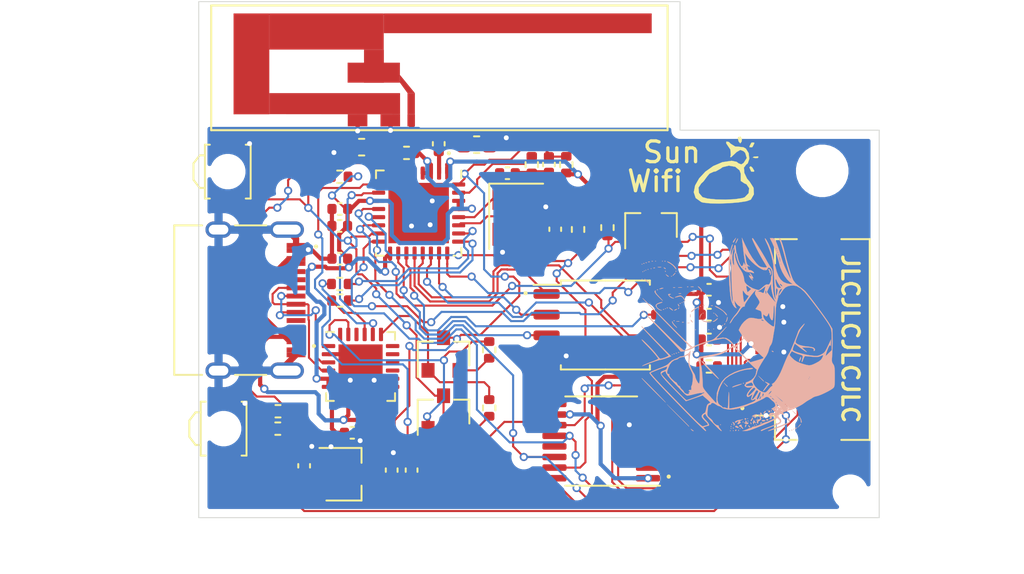
<source format=kicad_pcb>
(kicad_pcb (version 20171130) (host pcbnew 5.1.9-73d0e3b20d~88~ubuntu20.04.1)
  (title_block (title "wifi weather station") (date 2021-02-07) (rev 1.0))
  (layers (0 F.Cu signal) (31 B.Cu signal) (34 B.Paste user) (35 F.Paste user) (36 B.SilkS user) (37 F.SilkS user) (38 B.Mask user) (39 F.Mask user) (44 Edge.Cuts user))
  (net 0 "")
  (net 1 "Net-(AE1-Pad1)")
  (net 2 GND)
  (net 3 VBUS)
  (net 4 "Net-(C2-Pad1)")
  (net 5 "Net-(C3-Pad1)")
  (net 6 +3V3)
  (net 7 reset)
  (net 8 LNA)
  (net 9 gpio_16)
  (net 10 gpio_14)
  (net 11 gpio_4)
  (net 12 gpio_5)
  (net 13 gpio_13)
  (net 14 gpio_12)
  (net 15 /TFT_LEDA+)
  (net 16 /TFT_X-)
  (net 17 /TFT_Y-)
  (net 18 /TFT_X+)
  (net 19 /TFT_Y+)
  (net 20 /USB_DP+)
  (net 21 /USB_DP-)
  (net 22 RTS)
  (net 23 "Net-(Q1-Pad2)")
  (net 24 gpio_0)
  (net 25 "Net-(Q2-Pad2)")
  (net 26 DTR)
  (net 27 gpio_2)
  (net 28 "Net-(R1-Pad1)")
  (net 29 "Net-(R5-Pad2)")
  (net 30 u0rx)
  (net 31 u0tx)
  (net 32 "Net-(R6-Pad2)")
  (net 33 "Net-(R13-Pad2)")
  (net 34 chip_en)
  (net 35 gpio_15)
  (net 36 sd_io2)
  (net 37 sd_io3)
  (net 38 sd_cs)
  (net 39 sd_clk)
  (net 40 sd_io0)
  (net 41 sd_io1)
  (module weather_wifi:JLCPCB_MountingHole_1.152mm (layer F.Cu) (at 83.31708 66.37528)
    (fp_text reference REF**)
    (fp_text value MountingHole_1.152mm)
    (pad "" np_thru_hole circle (at 0 0) (size 1.152 1.152) (drill 1.152) (layers *.Cu *.Mask))
  )
  (module weather_wifi:pcb_girl (layer F.Cu) (at 76.45908 56.72328)
    (fp_text reference G1 hide)
    (fp_text value LOGO hide)
  )
  (module weather_wifi:weather_icon2 (layer F.Cu) (at 75.95108 46.81728)
    (fp_text reference G*** hide)
    (fp_text value Sun (at -3.556 -1.27) (layer F.SilkS) (effects (font (size 1.27 1.27) (thickness 0.2032))))
  )
  (module MountingHole:MountingHole_2.2mm_M2_DIN965 (layer F.Cu) (at 81.60258 46.69028)
    (fp_text reference REF**)
    (fp_text value MountingHole_2.2mm_M2_DIN965)
    (pad 1 np_thru_hole circle (at 0 0) (size 2.2 2.2) (drill 2.2) (layers *.Cu *.Mask))
  )
  (module weather_wifi:antenna_trace_2.4g (layer F.Cu) (at 52.54752 40.06088)
    (fp_text reference AE1)
    (fp_text value Antenna_pcb)
    (fp_poly (pts (xy 18.61566 -1.80848) (xy 2.2098 -1.80848) (xy 2.2098 -3.01752) (xy 18.61566 -3.01752)) (layer F.Cu) (width 0.001))
    (fp_poly (pts (xy 4.11734 1.86182) (xy 3.66522 1.86182) (xy 3.2004 1.22428) (xy 3.2004 0.74422)) (layer F.Cu) (width 0.001))
    (fp_poly (pts (xy 4.11734 3.15976) (xy 3.66522 3.15976) (xy 3.66522 1.86182) (xy 4.11734 1.86182)) (layer F.Cu) (width 0.001))
    (fp_poly (pts (xy 3.2004 1.22428) (xy 0 1.22428) (xy 0 0) (xy 3.2004 0)) (layer F.Cu) (width 0.001))
    (fp_poly (pts (xy 2.21488 1.2192) (xy 1.00584 1.2192) (xy 1.00584 -0.79756) (xy 2.21488 -0.79756)) (layer F.Cu) (width 0.01))
    (fp_poly (pts (xy 2.2098 -0.80264) (xy -4.8006 -0.80264) (xy -4.8006 -3.01752) (xy 2.2098 -3.01752)) (layer F.Cu) (width 0.001))
    (fp_poly (pts (xy -4.8006 3.15976) (xy -6.97992 3.15976) (xy -6.97992 -3.01244) (xy -4.8006 -3.01244)) (layer F.Cu) (width 0.01))
    (fp_poly (pts (xy 3.21056 3.1623) (xy -4.79552 3.15468) (xy -4.79552 1.86436) (xy 3.21056 1.86436)) (layer F.Cu) (width 0.001))
    (pad 1 smd rect (at 3.89128 3.5306) (size 0.46 0.74) (layers F.Cu) (net 1 "Net-(AE1-Pad1)"))
    (pad 2 smd rect (at 2.61112 3.5306) (size 1.2 0.74) (layers F.Cu) (net 2 GND))
    (pad 2 smd rect (at 0.6096 3.52552) (size 1.2 0.74) (layers F.Cu) (net 2 GND))
  )
  (module Capacitor_SMD:C_0402_1005Metric (layer F.Cu) (at 52.07 49.022 180)
    (fp_text reference C4)
    (fp_text value 10uF)
    (pad 2 smd roundrect (at 0.48 0 180) (size 0.56 0.62) (layers F.Cu F.Paste F.Mask) (net 2 GND))
    (pad 1 smd roundrect (at -0.48 0 180) (size 0.56 0.62) (layers F.Cu F.Paste F.Mask) (net 6 +3V3))
  )
  (module Connector_FFC-FPC:Hirose_FH12-18S-0.5SH_1x18-1MP_P0.50mm_Horizontal (layer F.Cu) (at 80.01 57.023 90)
    (fp_text reference J1)
    (fp_text value "FPC 1x18" hide)
    (pad MP smd rect (at 6.15 1.4 90) (size 1.8 2.2) (layers F.Cu F.Paste F.Mask))
    (pad MP smd rect (at -6.15 1.4 90) (size 1.8 2.2) (layers F.Cu F.Paste F.Mask))
    (pad 1 smd rect (at -4.25 -1.85 90) (size 0.3 1.3) (layers F.Cu F.Paste F.Mask) (net 2 GND))
    (pad 2 smd rect (at -3.75 -1.85 90) (size 0.3 1.3) (layers F.Cu F.Paste F.Mask) (net 9 gpio_16))
    (pad 3 smd rect (at -3.25 -1.85 90) (size 0.3 1.3) (layers F.Cu F.Paste F.Mask) (net 10 gpio_14))
    (pad 4 smd rect (at -2.75 -1.85 90) (size 0.3 1.3) (layers F.Cu F.Paste F.Mask) (net 11 gpio_4))
    (pad 5 smd rect (at -2.25 -1.85 90) (size 0.3 1.3) (layers F.Cu F.Paste F.Mask) (net 12 gpio_5))
    (pad 6 smd rect (at -1.75 -1.85 90) (size 0.3 1.3) (layers F.Cu F.Paste F.Mask) (net 13 gpio_13))
    (pad 7 smd rect (at -1.25 -1.85 90) (size 0.3 1.3) (layers F.Cu F.Paste F.Mask) (net 14 gpio_12))
    (pad 8 smd rect (at -0.75 -1.85 90) (size 0.3 1.3) (layers F.Cu F.Paste F.Mask) (net 2 GND))
    (pad 9 smd rect (at -0.25 -1.85 90) (size 0.3 1.3) (layers F.Cu F.Paste F.Mask) (net 6 +3V3))
    (pad 10 smd rect (at 0.25 -1.85 90) (size 0.3 1.3) (layers F.Cu F.Paste F.Mask) (net 15 /TFT_LEDA+))
    (pad 11 smd rect (at 0.75 -1.85 90) (size 0.3 1.3) (layers F.Cu F.Paste F.Mask) (net 2 GND))
    (pad 12 smd rect (at 1.25 -1.85 90) (size 0.3 1.3) (layers F.Cu F.Paste F.Mask) (net 2 GND))
    (pad 13 smd rect (at 1.75 -1.85 90) (size 0.3 1.3) (layers F.Cu F.Paste F.Mask) (net 2 GND))
    (pad 14 smd rect (at 2.25 -1.85 90) (size 0.3 1.3) (layers F.Cu F.Paste F.Mask) (net 2 GND))
    (pad 15 smd rect (at 2.75 -1.85 90) (size 0.3 1.3) (layers F.Cu F.Paste F.Mask) (net 16 /TFT_X-))
    (pad 16 smd rect (at 3.25 -1.85 90) (size 0.3 1.3) (layers F.Cu F.Paste F.Mask) (net 17 /TFT_Y-))
    (pad 17 smd rect (at 3.75 -1.85 90) (size 0.3 1.3) (layers F.Cu F.Paste F.Mask) (net 18 /TFT_X+))
    (pad 18 smd rect (at 4.25 -1.85 90) (size 0.3 1.3) (layers F.Cu F.Paste F.Mask) (net 19 /TFT_Y+))
  )
  (module Connector_USB:USB_C_Receptacle_XKB_U262-16XN-4BVC11 (layer F.Cu) (at 45.72 54.61 270)
    (fp_text reference J2)
    (fp_text value USB2.0_type_c)
    (pad S1 thru_hole oval (at -4.32 -3.105 270) (size 1 2.1) (drill oval 0.6 1.7) (layers *.Cu *.Mask) (net 2 GND))
    (pad S1 thru_hole oval (at 4.32 -3.105 270) (size 1 2.1) (drill oval 0.6 1.7) (layers *.Cu *.Mask) (net 2 GND))
    (pad S1 thru_hole oval (at -4.32 1.075 270) (size 1 1.6) (drill oval 0.6 1.2) (layers *.Cu *.Mask) (net 2 GND))
    (pad S1 thru_hole oval (at 4.32 1.075 270) (size 1 1.6) (drill oval 0.6 1.2) (layers *.Cu *.Mask) (net 2 GND))
    (pad "" np_thru_hole circle (at 2.89 -2.605 270) (size 0.65 0.65) (drill 0.65) (layers *.Cu *.Mask))
    (pad "" np_thru_hole circle (at -2.89 -2.605 270) (size 0.65 0.65) (drill 0.65) (layers *.Cu *.Mask))
    (pad B1 smd rect (at 3.05 -3.67 270) (size 0.3 1.15) (layers F.Cu F.Paste F.Mask) (net 2 GND))
    (pad B4 smd rect (at 2.25 -3.67 270) (size 0.3 1.15) (layers F.Cu F.Paste F.Mask) (net 3 VBUS))
    (pad B5 smd rect (at 1.75 -3.67 270) (size 0.3 1.15) (layers F.Cu F.Paste F.Mask))
    (pad A8 smd rect (at 1.25 -3.67 270) (size 0.3 1.15) (layers F.Cu F.Paste F.Mask))
    (pad B6 smd rect (at 0.75 -3.67 270) (size 0.3 1.15) (layers F.Cu F.Paste F.Mask) (net 20 /USB_DP+))
    (pad A7 smd rect (at 0.25 -3.67 270) (size 0.3 1.15) (layers F.Cu F.Paste F.Mask) (net 21 /USB_DP-))
    (pad A6 smd rect (at -0.25 -3.67 270) (size 0.3 1.15) (layers F.Cu F.Paste F.Mask) (net 20 /USB_DP+))
    (pad B7 smd rect (at -0.75 -3.67 270) (size 0.3 1.15) (layers F.Cu F.Paste F.Mask) (net 21 /USB_DP-))
    (pad A5 smd rect (at -1.25 -3.67 270) (size 0.3 1.15) (layers F.Cu F.Paste F.Mask))
    (pad B8 smd rect (at -1.75 -3.67 270) (size 0.3 1.15) (layers F.Cu F.Paste F.Mask))
    (pad A4 smd rect (at -2.55 -3.67 270) (size 0.3 1.15) (layers F.Cu F.Paste F.Mask) (net 3 VBUS))
    (pad A1 smd rect (at -3.35 -3.67 270) (size 0.3 1.15) (layers F.Cu F.Paste F.Mask) (net 2 GND))
    (pad B12 smd rect (at -3.05 -3.67 270) (size 0.3 1.15) (layers F.Cu F.Paste F.Mask) (net 2 GND))
    (pad B9 smd rect (at -2.25 -3.67 270) (size 0.3 1.15) (layers F.Cu F.Paste F.Mask) (net 3 VBUS))
    (pad A9 smd rect (at 2.55 -3.67 270) (size 0.3 1.15) (layers F.Cu F.Paste F.Mask) (net 3 VBUS))
    (pad A12 smd rect (at 3.35 -3.67 270) (size 0.3 1.15) (layers F.Cu F.Paste F.Mask) (net 2 GND))
  )
  (module Inductor_SMD:L_0603_1608Metric (layer F.Cu) (at 60.44692 45.085)
    (fp_text reference L1)
    (fp_text value DNP)
    (pad 1 smd roundrect (at -0.7875 0) (size 0.875 0.95) (layers F.Cu F.Paste F.Mask) (net 8 LNA))
    (pad 2 smd roundrect (at 0.7875 0) (size 0.875 0.95) (layers F.Cu F.Paste F.Mask) (net 2 GND))
  )
  (module Inductor_SMD:L_0603_1608Metric (layer F.Cu) (at 53.40604 45.2374 180)
    (fp_text reference L2)
    (fp_text value DNP)
    (pad 2 smd roundrect (at 0.7875 0 180) (size 0.875 0.95) (layers F.Cu F.Paste F.Mask) (net 2 GND))
    (pad 1 smd roundrect (at -0.7875 0 180) (size 0.875 0.95) (layers F.Cu F.Paste F.Mask) (net 1 "Net-(AE1-Pad1)"))
  )
  (module Package_TO_SOT_SMD:SOT-23 (layer F.Cu) (at 58.42 57.912 90)
    (fp_text reference Q1)
    (fp_text value S8050)
    (pad 1 smd rect (at -1 -0.95 90) (size 0.9 0.8) (layers F.Cu F.Paste F.Mask) (net 22 RTS))
    (pad 2 smd rect (at -1 0.95 90) (size 0.9 0.8) (layers F.Cu F.Paste F.Mask) (net 23 "Net-(Q1-Pad2)"))
    (pad 3 smd rect (at 1 0 90) (size 0.9 0.8) (layers F.Cu F.Paste F.Mask) (net 7 reset))
  )
  (module Package_TO_SOT_SMD:SOT-23 (layer F.Cu) (at 58.42 61.468 90)
    (fp_text reference Q2)
    (fp_text value S8050)
    (pad 3 smd rect (at 1 0 90) (size 0.9 0.8) (layers F.Cu F.Paste F.Mask) (net 24 gpio_0))
    (pad 2 smd rect (at -1 0.95 90) (size 0.9 0.8) (layers F.Cu F.Paste F.Mask) (net 25 "Net-(Q2-Pad2)"))
    (pad 1 smd rect (at -1 -0.95 90) (size 0.9 0.8) (layers F.Cu F.Paste F.Mask) (net 26 DTR))
  )
  (module Package_TO_SOT_SMD:SOT-23 (layer F.Cu) (at 71.12 50.038 90)
    (fp_text reference Q3)
    (fp_text value AO3401A)
    (pad 1 smd rect (at -1 -0.95 90) (size 0.9 0.8) (layers F.Cu F.Paste F.Mask) (net 27 gpio_2))
    (pad 2 smd rect (at -1 0.95 90) (size 0.9 0.8) (layers F.Cu F.Paste F.Mask) (net 15 /TFT_LEDA+))
    (pad 3 smd rect (at 1 0 90) (size 0.9 0.8) (layers F.Cu F.Paste F.Mask) (net 6 +3V3))
  )
  (module Button_Switch_SMD:SW_SPST_B3U-3000P-B (layer F.Cu) (at 44.958 62.484 90)
    (fp_text reference SW1)
    (fp_text value key_reset/user)
    (pad "" np_thru_hole circle (at 0 0 90) (size 1.152 1.152) (drill 1.152) (layers *.Cu *.Mask))
    (pad 2 smd rect (at 1.7 0 90) (size 0.9 1.7) (layers F.Cu F.Paste F.Mask) (net 2 GND))
    (pad 1 smd rect (at -1.7 0 90) (size 0.9 1.7) (layers F.Cu F.Paste F.Mask) (net 33 "Net-(R13-Pad2)"))
  )
  (module Button_Switch_SMD:SW_SPST_B3U-3000P-B (layer F.Cu) (at 45.212 46.736 90)
    (fp_text reference SW2)
    (fp_text value key_flash)
    (pad 1 smd rect (at -1.7 0 90) (size 0.9 1.7) (layers F.Cu F.Paste F.Mask) (net 24 gpio_0))
    (pad 2 smd rect (at 1.7 0 90) (size 0.9 1.7) (layers F.Cu F.Paste F.Mask) (net 2 GND))
    (pad "" np_thru_hole circle (at 0 0 90) (size 1.152 1.152) (drill 1.152) (layers *.Cu *.Mask))
  )
  (module Package_TO_SOT_SMD:SOT-23W (layer F.Cu) (at 52.324 65.278)
    (fp_text reference U1)
    (fp_text value XC6206PxxxMR)
    (pad 1 smd rect (at -1.2 -0.95) (size 1 0.7) (layers F.Cu F.Paste F.Mask) (net 2 GND))
    (pad 2 smd rect (at -1.2 0.95) (size 1 0.7) (layers F.Cu F.Paste F.Mask) (net 6 +3V3))
    (pad 3 smd rect (at 1.2 0) (size 1 0.7) (layers F.Cu F.Paste F.Mask) (net 3 VBUS))
  )
  (module Package_DFN_QFN:QFN-32-1EP_5x5mm_P0.5mm_EP3.7x3.7mm (layer F.Cu) (at 56.896 49.276 270)
    (fp_text reference U2)
    (fp_text value ESP8266EX)
    (pad 1 smd roundrect (at -2.45 -1.75 270) (size 0.8 0.25) (layers F.Cu F.Paste F.Mask) (net 6 +3V3))
    (pad 2 smd roundrect (at -2.45 -1.25 270) (size 0.8 0.25) (layers F.Cu F.Paste F.Mask) (net 8 LNA))
    (pad 3 smd roundrect (at -2.45 -0.75 270) (size 0.8 0.25) (layers F.Cu F.Paste F.Mask) (net 6 +3V3))
    (pad 4 smd roundrect (at -2.45 -0.25 270) (size 0.8 0.25) (layers F.Cu F.Paste F.Mask) (net 6 +3V3))
    (pad 5 smd roundrect (at -2.45 0.25 270) (size 0.8 0.25) (layers F.Cu F.Paste F.Mask))
    (pad 6 smd roundrect (at -2.45 0.75 270) (size 0.8 0.25) (layers F.Cu F.Paste F.Mask))
    (pad 7 smd roundrect (at -2.45 1.25 270) (size 0.8 0.25) (layers F.Cu F.Paste F.Mask) (net 34 chip_en))
    (pad 8 smd roundrect (at -2.45 1.75 270) (size 0.8 0.25) (layers F.Cu F.Paste F.Mask) (net 9 gpio_16))
    (pad 9 smd roundrect (at -1.75 2.45 270) (size 0.25 0.8) (layers F.Cu F.Paste F.Mask) (net 10 gpio_14))
    (pad 10 smd roundrect (at -1.25 2.45 270) (size 0.25 0.8) (layers F.Cu F.Paste F.Mask) (net 14 gpio_12))
    (pad 11 smd roundrect (at -0.75 2.45 270) (size 0.25 0.8) (layers F.Cu F.Paste F.Mask) (net 6 +3V3))
    (pad 12 smd roundrect (at -0.25 2.45 270) (size 0.25 0.8) (layers F.Cu F.Paste F.Mask) (net 13 gpio_13))
    (pad 13 smd roundrect (at 0.25 2.45 270) (size 0.25 0.8) (layers F.Cu F.Paste F.Mask) (net 35 gpio_15))
    (pad 14 smd roundrect (at 0.75 2.45 270) (size 0.25 0.8) (layers F.Cu F.Paste F.Mask) (net 27 gpio_2))
    (pad 15 smd roundrect (at 1.25 2.45 270) (size 0.25 0.8) (layers F.Cu F.Paste F.Mask) (net 24 gpio_0))
    (pad 16 smd roundrect (at 1.75 2.45 270) (size 0.25 0.8) (layers F.Cu F.Paste F.Mask) (net 11 gpio_4))
    (pad 17 smd roundrect (at 2.45 1.75 270) (size 0.8 0.25) (layers F.Cu F.Paste F.Mask) (net 6 +3V3))
    (pad 18 smd roundrect (at 2.45 1.25 270) (size 0.8 0.25) (layers F.Cu F.Paste F.Mask) (net 36 sd_io2))
    (pad 19 smd roundrect (at 2.45 0.75 270) (size 0.8 0.25) (layers F.Cu F.Paste F.Mask) (net 37 sd_io3))
    (pad 20 smd roundrect (at 2.45 0.25 270) (size 0.8 0.25) (layers F.Cu F.Paste F.Mask) (net 38 sd_cs))
    (pad 21 smd roundrect (at 2.45 -0.25 270) (size 0.8 0.25) (layers F.Cu F.Paste F.Mask) (net 39 sd_clk))
    (pad 22 smd roundrect (at 2.45 -0.75 270) (size 0.8 0.25) (layers F.Cu F.Paste F.Mask) (net 40 sd_io0))
    (pad 23 smd roundrect (at 2.45 -1.25 270) (size 0.8 0.25) (layers F.Cu F.Paste F.Mask) (net 41 sd_io1))
    (pad 24 smd roundrect (at 2.45 -1.75 270) (size 0.8 0.25) (layers F.Cu F.Paste F.Mask) (net 12 gpio_5))
    (pad 25 smd roundrect (at 1.75 -2.45 270) (size 0.25 0.8) (layers F.Cu F.Paste F.Mask) (net 30 u0rx))
    (pad 26 smd roundrect (at 1.25 -2.45 270) (size 0.25 0.8) (layers F.Cu F.Paste F.Mask) (net 31 u0tx))
    (pad 27 smd roundrect (at 0.75 -2.45 270) (size 0.25 0.8) (layers F.Cu F.Paste F.Mask) (net 4 "Net-(C2-Pad1)"))
    (pad 28 smd roundrect (at 0.25 -2.45 270) (size 0.25 0.8) (layers F.Cu F.Paste F.Mask) (net 5 "Net-(C3-Pad1)"))
    (pad 29 smd roundrect (at -0.25 -2.45 270) (size 0.25 0.8) (layers F.Cu F.Paste F.Mask) (net 6 +3V3))
    (pad 30 smd roundrect (at -0.75 -2.45 270) (size 0.25 0.8) (layers F.Cu F.Paste F.Mask) (net 6 +3V3))
    (pad 31 smd roundrect (at -1.25 -2.45 270) (size 0.25 0.8) (layers F.Cu F.Paste F.Mask) (net 28 "Net-(R1-Pad1)"))
    (pad 32 smd roundrect (at -1.75 -2.45 270) (size 0.25 0.8) (layers F.Cu F.Paste F.Mask) (net 7 reset))
    (pad 33 smd rect (at 0 0 270) (size 3.7 3.7) (layers F.Cu F.Mask) (net 2 GND))
  )
  (module Package_SO:SOIC-8_5.23x5.23mm_P1.27mm (layer F.Cu) (at 68.326 56.134)
    (fp_text reference U3)
    (fp_text value "W25Q32 4Mb flash")
    (pad 1 smd roundrect (at -3.6 -1.905) (size 1.6 0.6) (layers F.Cu F.Paste F.Mask) (net 38 sd_cs))
    (pad 2 smd roundrect (at -3.6 -0.635) (size 1.6 0.6) (layers F.Cu F.Paste F.Mask) (net 41 sd_io1))
    (pad 3 smd roundrect (at -3.6 0.635) (size 1.6 0.6) (layers F.Cu F.Paste F.Mask) (net 36 sd_io2))
    (pad 4 smd roundrect (at -3.6 1.905) (size 1.6 0.6) (layers F.Cu F.Paste F.Mask) (net 2 GND))
    (pad 5 smd roundrect (at 3.6 1.905) (size 1.6 0.6) (layers F.Cu F.Paste F.Mask) (net 40 sd_io0))
    (pad 6 smd roundrect (at 3.6 0.635) (size 1.6 0.6) (layers F.Cu F.Paste F.Mask) (net 39 sd_clk))
    (pad 7 smd roundrect (at 3.6 -0.635) (size 1.6 0.6) (layers F.Cu F.Paste F.Mask) (net 37 sd_io3))
    (pad 8 smd roundrect (at 3.6 -1.905) (size 1.6 0.6) (layers F.Cu F.Paste F.Mask) (net 6 +3V3))
  )
  (module Package_DFN_QFN:QFN-24-1EP_4x4mm_P0.5mm_EP2.7x2.7mm (layer F.Cu) (at 53.34 58.674)
    (fp_text reference U4)
    (fp_text value CP2104)
    (pad 1 smd roundrect (at -1.9625 -1.25) (size 0.825 0.25) (layers F.Cu F.Paste F.Mask))
    (pad 2 smd roundrect (at -1.9625 -0.75) (size 0.825 0.25) (layers F.Cu F.Paste F.Mask) (net 2 GND))
    (pad 3 smd roundrect (at -1.9625 -0.25) (size 0.825 0.25) (layers F.Cu F.Paste F.Mask) (net 20 /USB_DP+))
    (pad 4 smd roundrect (at -1.9625 0.25) (size 0.825 0.25) (layers F.Cu F.Paste F.Mask) (net 21 /USB_DP-))
    (pad 5 smd roundrect (at -1.9625 0.75) (size 0.825 0.25) (layers F.Cu F.Paste F.Mask) (net 6 +3V3))
    (pad 6 smd roundrect (at -1.9625 1.25) (size 0.825 0.25) (layers F.Cu F.Paste F.Mask) (net 6 +3V3))
    (pad 7 smd roundrect (at -1.25 1.9625) (size 0.25 0.825) (layers F.Cu F.Paste F.Mask) (net 6 +3V3))
    (pad 8 smd roundrect (at -0.75 1.9625) (size 0.25 0.825) (layers F.Cu F.Paste F.Mask) (net 3 VBUS))
    (pad 9 smd roundrect (at -0.25 1.9625) (size 0.25 0.825) (layers F.Cu F.Paste F.Mask))
    (pad 10 smd roundrect (at 0.25 1.9625) (size 0.25 0.825) (layers F.Cu F.Paste F.Mask))
    (pad 11 smd roundrect (at 0.75 1.9625) (size 0.25 0.825) (layers F.Cu F.Paste F.Mask))
    (pad 12 smd roundrect (at 1.25 1.9625) (size 0.25 0.825) (layers F.Cu F.Paste F.Mask))
    (pad 13 smd roundrect (at 1.9625 1.25) (size 0.825 0.25) (layers F.Cu F.Paste F.Mask))
    (pad 14 smd roundrect (at 1.9625 0.75) (size 0.825 0.25) (layers F.Cu F.Paste F.Mask))
    (pad 15 smd roundrect (at 1.9625 0.25) (size 0.825 0.25) (layers F.Cu F.Paste F.Mask))
    (pad 16 smd roundrect (at 1.9625 -0.25) (size 0.825 0.25) (layers F.Cu F.Paste F.Mask))
    (pad 17 smd roundrect (at 1.9625 -0.75) (size 0.825 0.25) (layers F.Cu F.Paste F.Mask))
    (pad 18 smd roundrect (at 1.9625 -1.25) (size 0.825 0.25) (layers F.Cu F.Paste F.Mask))
    (pad 19 smd roundrect (at 1.25 -1.9625) (size 0.25 0.825) (layers F.Cu F.Paste F.Mask) (net 22 RTS))
    (pad 20 smd roundrect (at 0.75 -1.9625) (size 0.25 0.825) (layers F.Cu F.Paste F.Mask) (net 32 "Net-(R6-Pad2)"))
    (pad 21 smd roundrect (at 0.25 -1.9625) (size 0.25 0.825) (layers F.Cu F.Paste F.Mask) (net 29 "Net-(R5-Pad2)"))
    (pad 22 smd roundrect (at -0.25 -1.9625) (size 0.25 0.825) (layers F.Cu F.Paste F.Mask))
    (pad 23 smd roundrect (at -0.75 -1.9625) (size 0.25 0.825) (layers F.Cu F.Paste F.Mask) (net 26 DTR))
    (pad 24 smd roundrect (at -1.25 -1.9625) (size 0.25 0.825) (layers F.Cu F.Paste F.Mask))
    (pad 25 smd rect (at 0 0) (size 2.7 2.7) (layers F.Cu F.Mask) (net 2 GND))
  )
  (module Package_SO:TSSOP-16_4.4x5mm_P0.65mm (layer F.Cu) (at 68.072 63.246 180)
    (fp_text reference U5)
    (fp_text value XPT2046TS)
    (pad 1 smd roundrect (at -2.8625 -2.275 180) (size 1.475 0.4) (layers F.Cu F.Paste F.Mask) (net 6 +3V3))
    (pad 2 smd roundrect (at -2.8625 -1.625 180) (size 1.475 0.4) (layers F.Cu F.Paste F.Mask) (net 18 /TFT_X+))
    (pad 3 smd roundrect (at -2.8625 -0.975 180) (size 1.475 0.4) (layers F.Cu F.Paste F.Mask) (net 19 /TFT_Y+))
    (pad 4 smd roundrect (at -2.8625 -0.325 180) (size 1.475 0.4) (layers F.Cu F.Paste F.Mask) (net 16 /TFT_X-))
    (pad 5 smd roundrect (at -2.8625 0.325 180) (size 1.475 0.4) (layers F.Cu F.Paste F.Mask) (net 17 /TFT_Y-))
    (pad 6 smd roundrect (at -2.8625 0.975 180) (size 1.475 0.4) (layers F.Cu F.Paste F.Mask) (net 2 GND))
    (pad 7 smd roundrect (at -2.8625 1.625 180) (size 1.475 0.4) (layers F.Cu F.Paste F.Mask))
    (pad 8 smd roundrect (at -2.8625 2.275 180) (size 1.475 0.4) (layers F.Cu F.Paste F.Mask))
    (pad 9 smd roundrect (at 2.8625 2.275 180) (size 1.475 0.4) (layers F.Cu F.Paste F.Mask))
    (pad 10 smd roundrect (at 2.8625 1.625 180) (size 1.475 0.4) (layers F.Cu F.Paste F.Mask) (net 6 +3V3))
    (pad 11 smd roundrect (at 2.8625 0.975 180) (size 1.475 0.4) (layers F.Cu F.Paste F.Mask) (net 24 gpio_0))
    (pad 12 smd roundrect (at 2.8625 0.325 180) (size 1.475 0.4) (layers F.Cu F.Paste F.Mask) (net 14 gpio_12))
    (pad 13 smd roundrect (at 2.8625 -0.325 180) (size 1.475 0.4) (layers F.Cu F.Paste F.Mask))
    (pad 14 smd roundrect (at 2.8625 -0.975 180) (size 1.475 0.4) (layers F.Cu F.Paste F.Mask) (net 13 gpio_13))
    (pad 15 smd roundrect (at 2.8625 -1.625 180) (size 1.475 0.4) (layers F.Cu F.Paste F.Mask) (net 35 gpio_15))
    (pad 16 smd roundrect (at 2.8625 -2.275 180) (size 1.475 0.4) (layers F.Cu F.Paste F.Mask) (net 10 gpio_14))
  )
  (module Crystal:Crystal_SMD_3225-4Pin_3.2x2.5mm (layer F.Cu) (at 62.865 49.47412 270)
    (fp_text reference Y1)
    (fp_text value 26Mhz)
    (pad 1 smd rect (at -1.1 0.85 270) (size 1.4 1.2) (layers F.Cu F.Paste F.Mask) (net 5 "Net-(C3-Pad1)"))
    (pad 2 smd rect (at 1.1 0.85 270) (size 1.4 1.2) (layers F.Cu F.Paste F.Mask) (net 2 GND))
    (pad 3 smd rect (at 1.1 -0.85 270) (size 1.4 1.2) (layers F.Cu F.Paste F.Mask) (net 4 "Net-(C2-Pad1)"))
    (pad 4 smd rect (at -1.1 -0.85 270) (size 1.4 1.2) (layers F.Cu F.Paste F.Mask) (net 2 GND))
  )
  (module Capacitor_SMD:C_0402_1005Metric (layer F.Cu) (at 55.245 65.024 90)
    (fp_text reference C1)
    (fp_text value 1uF)
    (pad 2 smd roundrect (at 0.48 0 90) (size 0.56 0.62) (layers F.Cu F.Paste F.Mask) (net 2 GND))
    (pad 1 smd roundrect (at -0.48 0 90) (size 0.56 0.62) (layers F.Cu F.Paste F.Mask) (net 3 VBUS))
  )
  (module Capacitor_SMD:C_0402_1005Metric (layer F.Cu) (at 65.25768 50.2666 90)
    (fp_text reference C2)
    (fp_text value 10pF)
    (pad 2 smd roundrect (at 0.48 0 90) (size 0.56 0.62) (layers F.Cu F.Paste F.Mask) (net 2 GND))
    (pad 1 smd roundrect (at -0.48 0 90) (size 0.56 0.62) (layers F.Cu F.Paste F.Mask) (net 4 "Net-(C2-Pad1)"))
  )
  (module Capacitor_SMD:C_0402_1005Metric (layer F.Cu) (at 62.3316 46.83252)
    (fp_text reference C3)
    (fp_text value 10pF)
    (pad 2 smd roundrect (at 0.48 0) (size 0.56 0.62) (layers F.Cu F.Paste F.Mask) (net 2 GND))
    (pad 1 smd roundrect (at -0.48 0) (size 0.56 0.62) (layers F.Cu F.Paste F.Mask) (net 5 "Net-(C3-Pad1)"))
  )
  (module Capacitor_SMD:C_0402_1005Metric (layer F.Cu) (at 49.8856 64.75984 90)
    (fp_text reference C5)
    (fp_text value 1uF)
    (pad 1 smd roundrect (at -0.48 0 90) (size 0.56 0.62) (layers F.Cu F.Paste F.Mask) (net 6 +3V3))
    (pad 2 smd roundrect (at 0.48 0 90) (size 0.56 0.62) (layers F.Cu F.Paste F.Mask) (net 2 GND))
  )
  (module Capacitor_SMD:C_0402_1005Metric (layer F.Cu) (at 52.06492 50.0634 180)
    (fp_text reference C6)
    (fp_text value 0.1uF)
    (pad 2 smd roundrect (at 0.48 0 180) (size 0.56 0.62) (layers F.Cu F.Paste F.Mask) (net 2 GND))
    (pad 1 smd roundrect (at -0.48 0 180) (size 0.56 0.62) (layers F.Cu F.Paste F.Mask) (net 6 +3V3))
  )
  (module Capacitor_SMD:C_0402_1005Metric (layer F.Cu) (at 52.07 52.07 180)
    (fp_text reference C7)
    (fp_text value 0.1uF)
    (pad 2 smd roundrect (at 0.48 0 180) (size 0.56 0.62) (layers F.Cu F.Paste F.Mask) (net 2 GND))
    (pad 1 smd roundrect (at -0.48 0 180) (size 0.56 0.62) (layers F.Cu F.Paste F.Mask) (net 6 +3V3))
  )
  (module Capacitor_SMD:C_0402_1005Metric (layer F.Cu) (at 56.4642 65.024 90)
    (fp_text reference C8)
    (fp_text value 0.1uF)
    (pad 2 smd roundrect (at 0.48 0 90) (size 0.56 0.62) (layers F.Cu F.Paste F.Mask) (net 2 GND))
    (pad 1 smd roundrect (at -0.48 0 90) (size 0.56 0.62) (layers F.Cu F.Paste F.Mask) (net 3 VBUS))
  )
  (module Capacitor_SMD:C_0402_1005Metric (layer F.Cu) (at 52.832 62.738 180)
    (fp_text reference C9)
    (fp_text value 0.1uF)
    (pad 2 smd roundrect (at 0.48 0 180) (size 0.56 0.62) (layers F.Cu F.Paste F.Mask) (net 6 +3V3))
    (pad 1 smd roundrect (at -0.48 0 180) (size 0.56 0.62) (layers F.Cu F.Paste F.Mask) (net 2 GND))
  )
  (module Capacitor_SMD:C_0402_1005Metric (layer F.Cu) (at 74.676 53.975)
    (fp_text reference C10)
    (fp_text value 1uF)
    (pad 1 smd roundrect (at -0.48 0) (size 0.56 0.62) (layers F.Cu F.Paste F.Mask) (net 6 +3V3))
    (pad 2 smd roundrect (at 0.48 0) (size 0.56 0.62) (layers F.Cu F.Paste F.Mask) (net 2 GND))
  )
  (module Capacitor_SMD:C_0402_1005Metric (layer F.Cu) (at 74.676 55.499)
    (fp_text reference C11)
    (fp_text value 0.1uF)
    (pad 2 smd roundrect (at 0.48 0) (size 0.56 0.62) (layers F.Cu F.Paste F.Mask) (net 2 GND))
    (pad 1 smd roundrect (at -0.48 0) (size 0.56 0.62) (layers F.Cu F.Paste F.Mask) (net 6 +3V3))
  )
  (module Capacitor_SMD:C_0402_1005Metric (layer F.Cu) (at 74.676 57.023)
    (fp_text reference C12)
    (fp_text value 0.1uF)
    (pad 1 smd roundrect (at -0.48 0) (size 0.56 0.62) (layers F.Cu F.Paste F.Mask) (net 6 +3V3))
    (pad 2 smd roundrect (at 0.48 0) (size 0.56 0.62) (layers F.Cu F.Paste F.Mask) (net 2 GND))
  )
  (module Capacitor_SMD:C_0402_1005Metric (layer F.Cu) (at 64.8716 46.29664 270)
    (fp_text reference C13)
    (fp_text value 1uF)
    (pad 1 smd roundrect (at -0.48 0 270) (size 0.56 0.62) (layers F.Cu F.Paste F.Mask) (net 7 reset))
    (pad 2 smd roundrect (at 0.48 0 270) (size 0.56 0.62) (layers F.Cu F.Paste F.Mask) (net 2 GND))
  )
  (module Capacitor_SMD:C_0402_1005Metric (layer F.Cu) (at 58.12536 45.02912 270)
    (fp_text reference C14)
    (fp_text value 5.6pF)
    (pad 1 smd roundrect (at -0.48 0 270) (size 0.56 0.62) (layers F.Cu F.Paste F.Mask) (net 1 "Net-(AE1-Pad1)"))
    (pad 2 smd roundrect (at 0.48 0 270) (size 0.56 0.62) (layers F.Cu F.Paste F.Mask) (net 8 LNA))
  )
  (module Resistor_SMD:R_0402_1005Metric (layer F.Cu) (at 63.82004 46.30928 270)
    (fp_text reference R1)
    (fp_text value 12K)
    (pad 2 smd roundrect (at 0.51 0 270) (size 0.54 0.64) (layers F.Cu F.Paste F.Mask) (net 2 GND))
    (pad 1 smd roundrect (at -0.51 0 270) (size 0.54 0.64) (layers F.Cu F.Paste F.Mask) (net 28 "Net-(R1-Pad1)"))
  )
  (module Resistor_SMD:R_0402_1005Metric (layer F.Cu) (at 61.214 57.658 270)
    (fp_text reference R2)
    (fp_text value 12K)
    (pad 1 smd roundrect (at -0.51 0 270) (size 0.54 0.64) (layers F.Cu F.Paste F.Mask) (net 26 DTR))
    (pad 2 smd roundrect (at 0.51 0 270) (size 0.54 0.64) (layers F.Cu F.Paste F.Mask) (net 23 "Net-(Q1-Pad2)"))
  )
  (module Resistor_SMD:R_0402_1005Metric (layer F.Cu) (at 61.214 61.214 270)
    (fp_text reference R3)
    (fp_text value 12K)
    (pad 2 smd roundrect (at 0.51 0 270) (size 0.54 0.64) (layers F.Cu F.Paste F.Mask) (net 25 "Net-(Q2-Pad2)"))
    (pad 1 smd roundrect (at -0.51 0 270) (size 0.54 0.64) (layers F.Cu F.Paste F.Mask) (net 22 RTS))
  )
  (module Resistor_SMD:R_0402_1005Metric (layer F.Cu) (at 68.453 50.165 270)
    (fp_text reference R4)
    (fp_text value 47k)
    (pad 2 smd roundrect (at 0.51 0 270) (size 0.54 0.64) (layers F.Cu F.Paste F.Mask) (net 27 gpio_2))
    (pad 1 smd roundrect (at -0.51 0 270) (size 0.54 0.64) (layers F.Cu F.Paste F.Mask) (net 6 +3V3))
  )
  (module Resistor_SMD:R_0402_1005Metric (layer F.Cu) (at 52.08016 54.6354 180)
    (fp_text reference R5)
    (fp_text value 33)
    (pad 1 smd roundrect (at -0.51 0 180) (size 0.54 0.64) (layers F.Cu F.Paste F.Mask) (net 30 u0rx))
    (pad 2 smd roundrect (at 0.51 0 180) (size 0.54 0.64) (layers F.Cu F.Paste F.Mask) (net 29 "Net-(R5-Pad2)"))
  )
  (module Resistor_SMD:R_0402_1005Metric (layer F.Cu) (at 52.07 53.6194 180)
    (fp_text reference R6)
    (fp_text value 33)
    (pad 1 smd roundrect (at -0.51 0 180) (size 0.54 0.64) (layers F.Cu F.Paste F.Mask) (net 31 u0tx))
    (pad 2 smd roundrect (at 0.51 0 180) (size 0.54 0.64) (layers F.Cu F.Paste F.Mask) (net 32 "Net-(R6-Pad2)"))
  )
  (module Resistor_SMD:R_0402_1005Metric (layer F.Cu) (at 48.2854 61.4172 180)
    (fp_text reference R7)
    (fp_text value DNP)
    (pad 2 smd roundrect (at 0.51 0 180) (size 0.54 0.64) (layers F.Cu F.Paste F.Mask) (net 33 "Net-(R13-Pad2)"))
    (pad 1 smd roundrect (at -0.51 0 180) (size 0.54 0.64) (layers F.Cu F.Paste F.Mask) (net 9 gpio_16))
  )
  (module Resistor_SMD:R_0402_1005Metric (layer F.Cu) (at 52.06292 47.05096)
    (fp_text reference R8)
    (fp_text value 12k)
    (pad 1 smd roundrect (at -0.51 0) (size 0.54 0.64) (layers F.Cu F.Paste F.Mask) (net 24 gpio_0))
    (pad 2 smd roundrect (at 0.51 0) (size 0.54 0.64) (layers F.Cu F.Paste F.Mask) (net 6 +3V3))
  )
  (module Resistor_SMD:R_0402_1005Metric (layer F.Cu) (at 56.15432 45.58792)
    (fp_text reference R10)
    (fp_text value 12k)
    (pad 1 smd roundrect (at -0.51 0) (size 0.54 0.64) (layers F.Cu F.Paste F.Mask) (net 34 chip_en))
    (pad 2 smd roundrect (at 0.51 0) (size 0.54 0.64) (layers F.Cu F.Paste F.Mask) (net 6 +3V3))
  )
  (module Resistor_SMD:R_0402_1005Metric (layer F.Cu) (at 65.93332 46.30928 270)
    (fp_text reference R11)
    (fp_text value 12k)
    (pad 1 smd roundrect (at -0.51 0 270) (size 0.54 0.64) (layers F.Cu F.Paste F.Mask) (net 7 reset))
    (pad 2 smd roundrect (at 0.51 0 270) (size 0.54 0.64) (layers F.Cu F.Paste F.Mask) (net 6 +3V3))
  )
  (module Resistor_SMD:R_0402_1005Metric (layer F.Cu) (at 66.65468 50.27984 90)
    (fp_text reference R12)
    (fp_text value 12k)
    (pad 2 smd roundrect (at 0.51 0 90) (size 0.54 0.64) (layers F.Cu F.Paste F.Mask) (net 2 GND))
    (pad 1 smd roundrect (at -0.51 0 90) (size 0.54 0.64) (layers F.Cu F.Paste F.Mask) (net 35 gpio_15))
  )
  (module Resistor_SMD:R_0402_1005Metric (layer F.Cu) (at 48.273 62.484 180)
    (fp_text reference R13)
    (fp_text value 470)
    (pad 1 smd roundrect (at -0.51 0 180) (size 0.54 0.64) (layers F.Cu F.Paste F.Mask) (net 7 reset))
    (pad 2 smd roundrect (at 0.51 0 180) (size 0.54 0.64) (layers F.Cu F.Paste F.Mask) (net 33 "Net-(R13-Pad2)"))
  )
  (module Resistor_SMD:R_0402_1005Metric (layer F.Cu) (at 74.676 58.674 180)
    (fp_text reference R14)
    (fp_text value 47k)
    (pad 1 smd roundrect (at -0.51 0 180) (size 0.54 0.64) (layers F.Cu F.Paste F.Mask) (net 24 gpio_0))
    (pad 2 smd roundrect (at 0.51 0 180) (size 0.54 0.64) (layers F.Cu F.Paste F.Mask) (net 6 +3V3))
  )
  (gr_text JLCJLCJLCJLC (at 83.31708 56.97728 270) (layer F.SilkS) (effects (font (size 1 1) (thickness 0.2032))))
  (gr_text Wifi (at 71.37908 47.32528) (layer F.SilkS) (effects (font (size 1.27 1.27) (thickness 0.2032))))
  (gr_circle (center 58.74258 45.61078) (end 58.80608 45.61078) (layer F.SilkS) (width 0.127))
  (gr_circle (center 50.61458 51.32578) (end 50.61458 51.38928) (layer F.SilkS) (width 0.127))
  (gr_circle (center 50.48758 57.42178) (end 50.48758 57.48528) (layer F.SilkS) (width 0.127))
  (gr_circle (center 76.71308 61.23178) (end 76.71308 61.29528) (layer F.SilkS) (width 0.127))
  (gr_circle (center 72.20458 65.42278) (end 72.20458 65.48628) (layer F.SilkS) (width 0.127))
  (gr_circle (center 63.44158 54.18328) (end 63.44158 54.24678) (layer F.SilkS) (width 0.127))
  (gr_line (start 72.898 44.196) (end 85.09 44.196) (layer Edge.Cuts) (width 0.0508))
  (gr_line (start 72.898 36.322) (end 72.898 44.196) (layer Edge.Cuts) (width 0.0508))
  (gr_line (start 72.136 44.196) (end 44.196 44.196) (layer F.SilkS) (width 0.127))
  (gr_line (start 72.136 36.56076) (end 72.136 44.196) (layer F.SilkS) (width 0.127))
  (gr_line (start 44.196 36.55568) (end 72.136 36.55568) (layer F.SilkS) (width 0.127))
  (gr_line (start 44.196 44.196) (end 44.196 36.55568) (layer F.SilkS) (width 0.127))
  (gr_line (start 43.434 67.93992) (end 43.434 36.322) (layer Edge.Cuts) (width 0.0508))
  (gr_line (start 85.09 67.93992) (end 43.434 67.93992) (layer Edge.Cuts) (width 0.0508))
  (gr_line (start 85.09 44.196) (end 85.09 67.93992) (layer Edge.Cuts) (width 0.0508))
  (gr_line (start 43.434 36.322) (end 72.898 36.322) (layer Edge.Cuts) (width 0.0508))
  (segment (start 54.19354 45.2374) (end 54.58978 44.84116) (width 0.254) (layer F.Cu) (net 1))
  (segment (start 56.4388 43.59148) (end 56.4388 44.01312) (width 0.254) (layer F.Cu) (net 1))
  (segment (start 56.4388 44.01312) (end 56.48452 44.01312) (width 0.254) (layer F.Cu) (net 1))
  (segment (start 57.02052 44.54912) (end 58.12536 44.54912) (width 0.254) (layer F.Cu) (net 1))
  (segment (start 56.48452 44.01312) (end 57.02052 44.54912) (width 0.254) (layer F.Cu) (net 1))
  (segment (start 56.72848 44.84116) (end 57.02052 44.54912) (width 0.254) (layer F.Cu) (net 1))
  (segment (start 54.58978 44.84116) (end 56.72848 44.84116) (width 0.254) (layer F.Cu) (net 1))
  (via (at 54.17058 59.51728) (size 0.5) (drill 0.3) (layers F.Cu B.Cu) (net 2))
  (via (at 75.25258 54.75478) (size 0.5) (drill 0.3) (layers F.Cu B.Cu) (net 2))
  (via (at 79.25308 55.96128) (size 0.5) (drill 0.3) (layers F.Cu B.Cu) (net 2))
  (via (at 79.18958 55.00878) (size 0.5) (drill 0.3) (layers F.Cu B.Cu) (net 2))
  (via (at 52.71008 59.51728) (size 0.5) (drill 0.3) (layers F.Cu B.Cu) (net 2))
  (via (at 57.59958 49.99228) (size 0.5) (drill 0.3) (layers F.Cu B.Cu) (net 2))
  (via (at 57.72658 48.53178) (size 0.5) (drill 0.3) (layers F.Cu B.Cu) (net 2))
  (via (at 56.45912 50.06848) (size 0.5) (drill 0.3) (layers F.Cu B.Cu) (net 2))
  (via (at 69.79158 62.24778) (size 0.5) (drill 0.3) (layers F.Cu B.Cu) (net 2))
  (via (at 65.92824 58.02884) (size 0.5) (drill 0.3) (layers F.Cu B.Cu) (net 2))
  (via (at 55.17388 44.21124) (size 0.5) (drill 0.3) (layers F.Cu B.Cu) (net 2))
  (via (at 51.70932 45.5676) (size 0.5) (drill 0.3) (layers F.Cu B.Cu) (net 2))
  (segment (start 44.958 59.243) (end 44.645 58.93) (width 0.127) (layer F.Cu) (net 2))
  (segment (start 48.825 58.525) (end 49.39 57.96) (width 0.381) (layer F.Cu) (net 2))
  (segment (start 48.825 58.93) (end 48.825 58.525) (width 0.127) (layer F.Cu) (net 2))
  (segment (start 61.765 50.32412) (end 61.61314 50.17226) (width 0.127) (layer F.Cu) (net 2))
  (segment (start 61.765 50.32412) (end 61.765 50.884) (width 0.127) (layer F.Cu) (net 2))
  (segment (start 63.965 48.69162) (end 63.84163 48.81499) (width 0.127) (layer F.Cu) (net 2))
  (segment (start 63.965 48.62412) (end 63.965 48.69162) (width 0.127) (layer F.Cu) (net 2))
  (segment (start 64.2115 48.37762) (end 63.965 48.62412) (width 0.127) (layer F.Cu) (net 2))
  (segment (start 62.015 50.57412) (end 62.015 50.55272) (width 0.254) (layer F.Cu) (net 2))
  (segment (start 62.8116 46.83252) (end 63.0174 46.83252) (width 0.254) (layer F.Cu) (net 2))
  (segment (start 63.715 47.53012) (end 63.715 48.37412) (width 0.254) (layer F.Cu) (net 2))
  (segment (start 63.0174 46.83252) (end 63.715 47.53012) (width 0.254) (layer F.Cu) (net 2))
  (segment (start 52.59 57.924) (end 53.34 58.674) (width 0.127) (layer F.Cu) (net 2))
  (segment (start 51.3775 57.924) (end 51.8802 57.924) (width 0.254) (layer F.Cu) (net 2))
  (segment (start 51.8802 57.924) (end 52.59 57.924) (width 0.254) (layer F.Cu) (net 2))
  (segment (start 49.39 57.66) (end 49.39 57.96) (width 0.254) (layer F.Cu) (net 2))
  (segment (start 62.015 50.57412) (end 62.015 50.3546) (width 0.254) (layer F.Cu) (net 2))
  (segment (start 63.715 48.6546) (end 63.715 48.37412) (width 0.254) (layer F.Cu) (net 2))
  (segment (start 61.765 50.884) (end 61.765 51.11762) (width 0.127) (layer F.Cu) (net 2))
  (segment (start 61.61314 50.17226) (end 61.538 50.09712) (width 0.127) (layer F.Cu) (net 2))
  (via (at 62.03188 51.67376) (size 0.5) (drill 0.3) (layers F.Cu B.Cu) (net 2))
  (segment (start 63.84163 48.81499) (end 63.7159 48.94072) (width 0.127) (layer F.Cu) (net 2))
  (via (at 64.67856 48.895) (size 0.5) (drill 0.3) (layers F.Cu B.Cu) (net 2))
  (segment (start 78.17612 56.25688) (end 78.16 56.273) (width 0.254) (layer F.Cu) (net 2))
  (segment (start 78.17612 54.7878) (end 78.17612 56.25688) (width 0.254) (layer F.Cu) (net 2))
  (via (at 79.25308 57.79008) (size 0.5) (drill 0.3) (layers F.Cu B.Cu) (net 2))
  (segment (start 78.15256 57.773) (end 78.13548 57.79008) (width 0.254) (layer F.Cu) (net 2))
  (segment (start 78.16 57.773) (end 78.15256 57.773) (width 0.254) (layer F.Cu) (net 2))
  (segment (start 49.39 51.26) (end 49.39 51.56) (width 0.254) (layer F.Cu) (net 2))
  (segment (start 53.45424 62.59576) (end 53.312 62.738) (width 0.254) (layer F.Cu) (net 2))
  (segment (start 45.20872 60.53328) (end 44.958 60.784) (width 0.254) (layer F.Cu) (net 2))
  (segment (start 45.212 45.036) (end 45.10712 45.036) (width 0.254) (layer F.Cu) (net 2))
  (via (at 53.1622 44.24172) (size 0.5) (drill 0.3) (layers F.Cu B.Cu) (net 2))
  (segment (start 51.58492 49.02708) (end 51.59 49.022) (width 0.254) (layer F.Cu) (net 2))
  (segment (start 51.58492 50.0634) (end 51.58492 49.02708) (width 0.254) (layer F.Cu) (net 2))
  (via (at 50.14002 51.5167) (size 0.5) (drill 0.3) (layers F.Cu B.Cu) (net 2))
  (segment (start 49.39 51.26) (end 49.88332 51.26) (width 0.254) (layer F.Cu) (net 2))
  (segment (start 49.88332 51.26) (end 50.14002 51.5167) (width 0.254) (layer F.Cu) (net 2))
  (segment (start 50.14002 51.5167) (end 49.78866 51.5167) (width 0.254) (layer B.Cu) (net 2))
  (segment (start 50.388878 51.56) (end 50.898878 52.07) (width 0.254) (layer F.Cu) (net 2))
  (segment (start 49.39 51.56) (end 50.388878 51.56) (width 0.254) (layer F.Cu) (net 2))
  (segment (start 50.898878 52.07) (end 51.59 52.07) (width 0.254) (layer F.Cu) (net 2))
  (segment (start 51.59 50.06848) (end 51.58492 50.0634) (width 0.254) (layer F.Cu) (net 2))
  (segment (start 51.59 52.07) (end 51.59 50.06848) (width 0.254) (layer F.Cu) (net 2))
  (segment (start 65.25768 49.47412) (end 64.67856 48.895) (width 0.381) (layer F.Cu) (net 2))
  (segment (start 65.25768 49.7866) (end 65.25768 49.47412) (width 0.381) (layer F.Cu) (net 2))
  (segment (start 63.715 48.37412) (end 63.715 48.45976) (width 0.381) (layer F.Cu) (net 2))
  (segment (start 64.15024 48.895) (end 64.67856 48.895) (width 0.381) (layer F.Cu) (net 2))
  (segment (start 63.715 48.45976) (end 64.15024 48.895) (width 0.381) (layer F.Cu) (net 2))
  (segment (start 62.015 51.65688) (end 62.03188 51.67376) (width 0.381) (layer F.Cu) (net 2))
  (segment (start 62.015 50.57412) (end 62.015 51.65688) (width 0.381) (layer F.Cu) (net 2))
  (segment (start 53.1622 43.59148) (end 53.15712 43.5864) (width 0.254) (layer F.Cu) (net 2))
  (segment (start 53.1622 44.24172) (end 53.1622 43.59148) (width 0.254) (layer F.Cu) (net 2))
  (segment (start 55.17388 43.60672) (end 55.15864 43.59148) (width 0.254) (layer F.Cu) (net 2))
  (segment (start 55.17388 44.21124) (end 55.17388 43.60672) (width 0.254) (layer F.Cu) (net 2))
  (via (at 46.54296 45.01896) (size 0.5) (drill 0.3) (layers F.Cu B.Cu) (net 2))
  (segment (start 45.212 45.036) (end 46.52592 45.036) (width 0.254) (layer F.Cu) (net 2))
  (segment (start 46.52592 45.036) (end 46.54296 45.01896) (width 0.254) (layer F.Cu) (net 2))
  (via (at 46.25848 60.9346) (size 0.5) (drill 0.3) (layers F.Cu B.Cu) (net 2))
  (segment (start 44.958 60.784) (end 46.10788 60.784) (width 0.254) (layer F.Cu) (net 2))
  (segment (start 46.10788 60.784) (end 46.25848 60.9346) (width 0.254) (layer F.Cu) (net 2))
  (segment (start 51.53152 63.92048) (end 51.53152 63.59144) (width 0.254) (layer F.Cu) (net 2))
  (segment (start 51.124 64.328) (end 51.53152 63.92048) (width 0.254) (layer F.Cu) (net 2))
  (via (at 51.53152 63.59144) (size 0.5) (drill 0.3) (layers F.Cu B.Cu) (net 2))
  (via (at 50.35296 63.57112) (size 0.5) (drill 0.3) (layers F.Cu B.Cu) (net 2))
  (segment (start 51.124 64.328) (end 50.36712 63.57112) (width 0.254) (layer F.Cu) (net 2))
  (segment (start 50.36712 63.57112) (end 50.35296 63.57112) (width 0.254) (layer F.Cu) (net 2))
  (segment (start 51.07584 64.27984) (end 51.124 64.328) (width 0.127) (layer F.Cu) (net 2))
  (segment (start 49.8856 64.27984) (end 51.07584 64.27984) (width 0.381) (layer F.Cu) (net 2))
  (via (at 78.16596 61.67628) (size 0.5) (drill 0.3) (layers F.Cu B.Cu) (net 2))
  (segment (start 78.16 61.273) (end 78.16 61.6246) (width 0.254) (layer F.Cu) (net 2))
  (segment (start 78.16 61.6246) (end 78.16596 61.63056) (width 0.254) (layer F.Cu) (net 2))
  (via (at 53.3146 63.2206) (size 0.5) (drill 0.3) (layers F.Cu B.Cu) (net 2))
  (segment (start 53.312 62.738) (end 53.312 63.218) (width 0.254) (layer F.Cu) (net 2))
  (segment (start 53.312 63.218) (end 53.3146 63.2206) (width 0.254) (layer F.Cu) (net 2))
  (via (at 62.26048 44.66336) (size 0.5) (drill 0.3) (layers F.Cu B.Cu) (net 2))
  (segment (start 52.03952 45.2374) (end 51.70932 45.5676) (width 0.254) (layer F.Cu) (net 2))
  (segment (start 52.61854 45.2374) (end 52.03952 45.2374) (width 0.254) (layer F.Cu) (net 2))
  (segment (start 61.23442 45.085) (end 61.23442 44.92742) (width 0.254) (layer F.Cu) (net 2))
  (segment (start 61.49848 44.66336) (end 62.26048 44.66336) (width 0.254) (layer F.Cu) (net 2))
  (segment (start 61.23442 44.92742) (end 61.49848 44.66336) (width 0.254) (layer F.Cu) (net 2))
  (segment (start 66.63792 49.7866) (end 66.65468 49.76984) (width 0.254) (layer F.Cu) (net 2))
  (segment (start 65.25768 49.7866) (end 66.63792 49.7866) (width 0.254) (layer F.Cu) (net 2))
  (segment (start 62.82484 46.81928) (end 62.8116 46.83252) (width 0.254) (layer F.Cu) (net 2))
  (segment (start 63.82004 46.81928) (end 62.82484 46.81928) (width 0.254) (layer F.Cu) (net 2))
  (segment (start 63.86268 46.77664) (end 63.82004 46.81928) (width 0.254) (layer F.Cu) (net 2))
  (segment (start 64.8716 46.77664) (end 63.86268 46.77664) (width 0.254) (layer F.Cu) (net 2))
  (via (at 55.3466 63.9572) (size 0.5) (drill 0.3) (layers F.Cu B.Cu) (net 2))
  (segment (start 55.245 64.544) (end 55.245 64.0588) (width 0.254) (layer F.Cu) (net 2))
  (segment (start 55.245 64.0588) (end 55.3466 63.9572) (width 0.254) (layer F.Cu) (net 2))
  (segment (start 55.245 64.544) (end 56.4642 64.544) (width 0.508) (layer F.Cu) (net 2))
  (segment (start 64.73616 58.02884) (end 64.726 58.039) (width 0.127) (layer F.Cu) (net 2))
  (segment (start 65.92824 58.02884) (end 64.73616 58.02884) (width 0.254) (layer F.Cu) (net 2))
  (segment (start 49.39 50.855) (end 48.825 50.29) (width 0.381) (layer F.Cu) (net 2))
  (segment (start 49.39 51.26) (end 49.39 50.855) (width 0.381) (layer F.Cu) (net 2))
  (segment (start 79.236 57.773) (end 79.25308 57.79008) (width 0.254) (layer F.Cu) (net 2))
  (segment (start 78.16 57.773) (end 79.236 57.773) (width 0.254) (layer F.Cu) (net 2))
  (segment (start 79.0648 55.773) (end 79.25308 55.96128) (width 0.254) (layer F.Cu) (net 2))
  (segment (start 78.16 55.773) (end 79.0648 55.773) (width 0.254) (layer F.Cu) (net 2))
  (segment (start 78.94136 56.273) (end 79.25308 55.96128) (width 0.254) (layer F.Cu) (net 2))
  (segment (start 78.16 56.273) (end 78.94136 56.273) (width 0.254) (layer F.Cu) (net 2))
  (segment (start 78.9538 54.773) (end 79.18958 55.00878) (width 0.254) (layer F.Cu) (net 2))
  (segment (start 78.16 54.773) (end 78.9538 54.773) (width 0.254) (layer F.Cu) (net 2))
  (segment (start 79.18958 55.00878) (end 79.18958 55.13578) (width 0.254) (layer F.Cu) (net 2))
  (segment (start 79.05236 55.273) (end 78.16 55.273) (width 0.254) (layer F.Cu) (net 2))
  (segment (start 79.18958 55.13578) (end 79.05236 55.273) (width 0.254) (layer F.Cu) (net 2))
  (via (at 75.31608 56.27878) (size 0.5) (drill 0.3) (layers F.Cu B.Cu) (net 2))
  (segment (start 75.16368 56.18988) (end 75.25258 56.27878) (width 0.254) (layer B.Cu) (net 2))
  (segment (start 75.25258 56.27878) (end 75.31608 56.27878) (width 0.254) (layer B.Cu) (net 2))
  (segment (start 75.156 54.6582) (end 75.25258 54.75478) (width 0.254) (layer F.Cu) (net 2))
  (segment (start 75.156 53.975) (end 75.156 54.6582) (width 0.254) (layer F.Cu) (net 2))
  (segment (start 75.156 54.85136) (end 75.25258 54.75478) (width 0.254) (layer F.Cu) (net 2))
  (segment (start 75.156 55.499) (end 75.156 54.85136) (width 0.254) (layer F.Cu) (net 2))
  (segment (start 75.156 56.1187) (end 75.31608 56.27878) (width 0.254) (layer F.Cu) (net 2))
  (segment (start 75.156 55.499) (end 75.156 56.1187) (width 0.254) (layer F.Cu) (net 2))
  (segment (start 75.31608 56.27878) (end 75.18908 56.27878) (width 0.254) (layer F.Cu) (net 2))
  (segment (start 75.156 56.31186) (end 75.156 57.023) (width 0.254) (layer F.Cu) (net 2))
  (segment (start 75.18908 56.27878) (end 75.156 56.31186) (width 0.254) (layer F.Cu) (net 2))
  (segment (start 70.91128 62.24778) (end 70.9345 62.271) (width 0.254) (layer F.Cu) (net 2))
  (segment (start 69.79158 62.24778) (end 70.91128 62.24778) (width 0.254) (layer F.Cu) (net 2))
  (via (at 47.4472 60.0456) (size 0.5) (drill 0.3) (layers F.Cu B.Cu) (net 3))
  (segment (start 47.4472 60.0456) (end 47.6504 60.2488) (width 0.254) (layer B.Cu) (net 3))
  (segment (start 47.6504 60.2488) (end 50.5714 60.2488) (width 0.254) (layer B.Cu) (net 3))
  (segment (start 50.5714 60.2488) (end 50.7746 60.452) (width 0.254) (layer B.Cu) (net 3))
  (segment (start 50.7746 60.452) (end 50.7746 61.5696) (width 0.254) (layer B.Cu) (net 3))
  (segment (start 50.7746 61.5696) (end 50.9016 61.6966) (width 0.254) (layer B.Cu) (net 3))
  (segment (start 47.1932 59.7916) (end 47.4472 60.0456) (width 0.254) (layer F.Cu) (net 3))
  (segment (start 47.1932 57.3532) (end 47.1932 59.7916) (width 0.254) (layer F.Cu) (net 3))
  (segment (start 47.6864 56.86) (end 47.1932 57.3532) (width 0.254) (layer F.Cu) (net 3))
  (segment (start 49.39 56.86) (end 47.6864 56.86) (width 0.254) (layer F.Cu) (net 3))
  (segment (start 53.524 65.278) (end 54.1528 65.278) (width 0.254) (layer F.Cu) (net 3))
  (segment (start 54.3788 65.504) (end 55.245 65.504) (width 0.254) (layer F.Cu) (net 3))
  (segment (start 54.1528 65.278) (end 54.3788 65.504) (width 0.254) (layer F.Cu) (net 3))
  (segment (start 56.4642 65.504) (end 56.4642 65.5066) (width 0.254) (layer F.Cu) (net 3))
  (segment (start 56.4616 65.504) (end 55.245 65.504) (width 0.254) (layer F.Cu) (net 3))
  (segment (start 56.4642 65.5066) (end 56.4616 65.504) (width 0.254) (layer F.Cu) (net 3))
  (segment (start 49.39 52.06) (end 49.1082 52.06) (width 0.127) (layer F.Cu) (net 3))
  (via (at 52.298602 61.9506) (size 0.5) (drill 0.3) (layers F.Cu B.Cu) (net 3))
  (segment (start 54.2798 64.5222) (end 54.2798 62.357) (width 0.254) (layer F.Cu) (net 3))
  (segment (start 54.2798 62.357) (end 53.8734 61.9506) (width 0.254) (layer F.Cu) (net 3))
  (segment (start 52.59 60.6365) (end 52.59 61.659202) (width 0.254) (layer F.Cu) (net 3))
  (segment (start 52.59 61.659202) (end 52.298602 61.9506) (width 0.254) (layer F.Cu) (net 3))
  (segment (start 53.524 65.278) (end 54.2798 64.5222) (width 0.254) (layer F.Cu) (net 3))
  (segment (start 53.8734 61.9506) (end 52.298602 61.9506) (width 0.254) (layer F.Cu) (net 3))
  (segment (start 52.273202 61.976) (end 52.298602 61.9506) (width 0.127) (layer B.Cu) (net 3))
  (segment (start 51.181 61.976) (end 52.273202 61.976) (width 0.254) (layer B.Cu) (net 3))
  (segment (start 50.9016 61.6966) (end 51.181 61.976) (width 0.254) (layer B.Cu) (net 3))
  (segment (start 49.39 56.86) (end 49.39 57.16) (width 0.254) (layer F.Cu) (net 3))
  (segment (start 49.39 52.06) (end 49.39 52.36) (width 0.254) (layer F.Cu) (net 3))
  (segment (start 47.4726 55.6676) (end 48.965 57.16) (width 0.254) (layer F.Cu) (net 3))
  (segment (start 47.4726 53.49748) (end 47.4726 55.6676) (width 0.254) (layer F.Cu) (net 3))
  (segment (start 48.965 57.16) (end 49.39 57.16) (width 0.254) (layer F.Cu) (net 3))
  (segment (start 48.61008 52.36) (end 47.4726 53.49748) (width 0.254) (layer F.Cu) (net 3))
  (segment (start 49.39 52.36) (end 48.61008 52.36) (width 0.254) (layer F.Cu) (net 3))
  (segment (start 48.91008 52.06) (end 48.61008 52.36) (width 0.254) (layer F.Cu) (net 3))
  (segment (start 49.39 52.06) (end 48.91008 52.06) (width 0.254) (layer F.Cu) (net 3))
  (segment (start 63.857 50.71612) (end 63.715 50.57412) (width 0.127) (layer F.Cu) (net 4))
  (segment (start 63.715 50.57412) (end 64.01072 50.57412) (width 0.381) (layer F.Cu) (net 4))
  (segment (start 64.1832 50.7466) (end 65.25768 50.7466) (width 0.381) (layer F.Cu) (net 4))
  (segment (start 64.01072 50.57412) (end 64.1832 50.7466) (width 0.381) (layer F.Cu) (net 4))
  (segment (start 61.09716 49.47412) (end 63.442 49.47412) (width 0.127) (layer F.Cu) (net 4))
  (segment (start 63.442 49.47412) (end 63.715 49.74712) (width 0.127) (layer F.Cu) (net 4))
  (segment (start 63.715 49.74712) (end 63.715 50.57412) (width 0.127) (layer F.Cu) (net 4))
  (segment (start 59.346 50.026) (end 59.471 49.901) (width 0.127) (layer F.Cu) (net 4))
  (segment (start 59.471 49.901) (end 60.67028 49.901) (width 0.127) (layer F.Cu) (net 4))
  (segment (start 60.67028 49.901) (end 61.09716 49.47412) (width 0.127) (layer F.Cu) (net 4))
  (segment (start 61.765 48.62412) (end 62.2545 48.62412) (width 0.127) (layer F.Cu) (net 5))
  (segment (start 59.3627 49.5427) (end 59.346 49.526) (width 0.127) (layer F.Cu) (net 5))
  (segment (start 61.6282 48.37412) (end 62.015 48.37412) (width 0.127) (layer F.Cu) (net 5))
  (segment (start 61.8516 48.21072) (end 62.015 48.37412) (width 0.381) (layer F.Cu) (net 5))
  (segment (start 61.8516 46.83252) (end 61.8516 48.21072) (width 0.381) (layer F.Cu) (net 5))
  (segment (start 60.313944 49.526) (end 61.465824 48.37412) (width 0.127) (layer F.Cu) (net 5))
  (segment (start 59.346 49.526) (end 60.313944 49.526) (width 0.127) (layer F.Cu) (net 5))
  (segment (start 61.465824 48.37412) (end 62.015 48.37412) (width 0.127) (layer F.Cu) (net 5))
  (segment (start 55.146 51.726) (end 55.146 52.0801) (width 0.254) (layer F.Cu) (net 6))
  (segment (start 52.352 62.738) (end 52.352 65.8342) (width 0.254) (layer F.Cu) (net 6))
  (segment (start 51.9582 66.228) (end 51.124 66.228) (width 0.254) (layer F.Cu) (net 6))
  (segment (start 52.352 65.8342) (end 51.9582 66.228) (width 0.254) (layer F.Cu) (net 6))
  (segment (start 57.146 46.5876) (end 57.15 46.5836) (width 0.254) (layer F.Cu) (net 6))
  (segment (start 57.146 46.826) (end 57.146 46.5876) (width 0.254) (layer F.Cu) (net 6))
  (segment (start 57.646 46.826) (end 57.146 46.826) (width 0.254) (layer F.Cu) (net 6))
  (segment (start 51.3775 59.424) (end 51.3775 59.924) (width 0.254) (layer F.Cu) (net 6))
  (segment (start 51.3775 59.924) (end 52.09 60.6365) (width 0.254) (layer F.Cu) (net 6))
  (segment (start 52.09 60.6365) (end 51.5874 61.1391) (width 0.254) (layer F.Cu) (net 6))
  (segment (start 51.5874 61.1391) (end 51.5874 62.484) (width 0.254) (layer F.Cu) (net 6))
  (segment (start 51.8414 62.738) (end 52.352 62.738) (width 0.254) (layer F.Cu) (net 6))
  (segment (start 51.5874 62.484) (end 51.8414 62.738) (width 0.254) (layer F.Cu) (net 6))
  (via (at 50.6476 59.41568) (size 0.5) (drill 0.3) (layers F.Cu B.Cu) (net 6))
  (via (at 70.9345 65.521) (size 0.5) (drill 0.3) (layers F.Cu B.Cu) (net 6))
  (segment (start 73.942 54.229) (end 74.196 53.975) (width 0.254) (layer F.Cu) (net 6))
  (segment (start 71.926 54.229) (end 73.942 54.229) (width 0.254) (layer F.Cu) (net 6))
  (segment (start 74.196 58.644) (end 74.166 58.674) (width 0.254) (layer F.Cu) (net 6))
  (segment (start 74.196 57.023) (end 74.196 58.644) (width 0.254) (layer F.Cu) (net 6))
  (segment (start 69.07 49.038) (end 68.453 49.655) (width 0.254) (layer F.Cu) (net 6))
  (segment (start 71.12 49.038) (end 69.07 49.038) (width 0.254) (layer F.Cu) (net 6))
  (via (at 77.24648 57.277) (size 0.5) (drill 0.3) (layers F.Cu B.Cu) (net 6))
  (segment (start 78.16 57.273) (end 77.25048 57.273) (width 0.254) (layer F.Cu) (net 6))
  (segment (start 77.25048 57.273) (end 77.24648 57.277) (width 0.254) (layer F.Cu) (net 6))
  (segment (start 68.90428 65.521) (end 70.29112 65.521) (width 0.254) (layer B.Cu) (net 6))
  (segment (start 68.03644 64.65316) (end 68.90428 65.521) (width 0.254) (layer B.Cu) (net 6))
  (segment (start 68.03644 62.31128) (end 68.03644 64.65316) (width 0.254) (layer B.Cu) (net 6))
  (segment (start 70.29112 65.521) (end 70.9345 65.521) (width 0.254) (layer B.Cu) (net 6))
  (segment (start 70.0422 65.521) (end 70.29112 65.521) (width 0.254) (layer B.Cu) (net 6))
  (via (at 68.03644 62.31128) (size 0.5) (drill 0.3) (layers F.Cu B.Cu) (net 6))
  (segment (start 52.028631 50.579689) (end 52.54492 50.0634) (width 0.254) (layer F.Cu) (net 6))
  (segment (start 52.55 52.07) (end 52.028631 51.548631) (width 0.254) (layer F.Cu) (net 6))
  (segment (start 52.028631 51.548631) (end 52.028631 50.579689) (width 0.254) (layer F.Cu) (net 6))
  (segment (start 52.54492 49.02708) (end 52.55 49.022) (width 0.254) (layer F.Cu) (net 6))
  (segment (start 52.54492 50.0634) (end 52.54492 49.02708) (width 0.254) (layer F.Cu) (net 6))
  (segment (start 59.346 49.026) (end 60.13304 49.026) (width 0.254) (layer F.Cu) (net 6))
  (via (at 60.15228 49.00676) (size 0.5) (drill 0.3) (layers F.Cu B.Cu) (net 6))
  (segment (start 60.13304 49.026) (end 60.15228 49.00676) (width 0.254) (layer F.Cu) (net 6))
  (segment (start 52.747996 49.022) (end 53.243996 48.526) (width 0.254) (layer F.Cu) (net 6))
  (segment (start 52.55 49.022) (end 52.747996 49.022) (width 0.254) (layer F.Cu) (net 6))
  (segment (start 54.446 48.526) (end 53.91588 48.526) (width 0.254) (layer F.Cu) (net 6))
  (segment (start 53.243996 48.526) (end 53.91588 48.526) (width 0.254) (layer F.Cu) (net 6))
  (via (at 53.91588 48.526) (size 0.5) (drill 0.3) (layers F.Cu B.Cu) (net 6))
  (segment (start 53.91588 48.526) (end 55.0538 48.526) (width 0.254) (layer B.Cu) (net 6))
  (segment (start 55.0538 48.526) (end 55.25008 48.72228) (width 0.254) (layer B.Cu) (net 6))
  (segment (start 55.25008 48.72228) (end 55.25008 50.62728) (width 0.254) (layer B.Cu) (net 6))
  (segment (start 55.25008 50.62728) (end 55.73268 51.10988) (width 0.254) (layer B.Cu) (net 6))
  (segment (start 55.73268 51.10988) (end 58.3946 51.10988) (width 0.254) (layer B.Cu) (net 6))
  (segment (start 58.3946 51.10988) (end 58.67908 50.8254) (width 0.254) (layer B.Cu) (net 6))
  (segment (start 58.67908 50.8254) (end 58.67908 49.3268) (width 0.254) (layer B.Cu) (net 6))
  (segment (start 58.67908 49.3268) (end 58.99912 49.00676) (width 0.254) (layer B.Cu) (net 6))
  (segment (start 59.346 48.526) (end 59.346 48.5532) (width 0.127) (layer F.Cu) (net 6))
  (segment (start 59.346 48.526) (end 59.346 49.026) (width 0.254) (layer F.Cu) (net 6))
  (via (at 57.42432 46.09592) (size 0.5) (drill 0.3) (layers F.Cu B.Cu) (net 6))
  (segment (start 57.646 46.826) (end 57.646 46.3176) (width 0.254) (layer F.Cu) (net 6))
  (segment (start 57.646 46.3176) (end 57.42432 46.09592) (width 0.254) (layer F.Cu) (net 6))
  (via (at 58.83148 46.12132) (size 0.5) (drill 0.3) (layers F.Cu B.Cu) (net 6))
  (segment (start 58.646 46.826) (end 58.646 46.3068) (width 0.254) (layer F.Cu) (net 6))
  (segment (start 58.646 46.3068) (end 58.83148 46.12132) (width 0.254) (layer F.Cu) (net 6))
  (segment (start 57.42432 46.09592) (end 57.42432 47.07128) (width 0.254) (layer B.Cu) (net 6))
  (segment (start 57.42432 47.07128) (end 57.92724 47.5742) (width 0.254) (layer B.Cu) (net 6))
  (segment (start 57.92724 47.5742) (end 58.40984 47.5742) (width 0.254) (layer B.Cu) (net 6))
  (segment (start 58.83148 47.15256) (end 58.83148 46.12132) (width 0.254) (layer B.Cu) (net 6))
  (segment (start 58.40984 47.5742) (end 58.83148 47.15256) (width 0.254) (layer B.Cu) (net 6))
  (segment (start 58.40984 47.5742) (end 58.94832 47.5742) (width 0.254) (layer B.Cu) (net 6))
  (segment (start 59.5376 48.16348) (end 59.5376 49.00676) (width 0.254) (layer B.Cu) (net 6))
  (segment (start 58.94832 47.5742) (end 59.5376 48.16348) (width 0.254) (layer B.Cu) (net 6))
  (segment (start 59.5376 49.00676) (end 60.15228 49.00676) (width 0.254) (layer B.Cu) (net 6))
  (segment (start 58.99912 49.00676) (end 59.5376 49.00676) (width 0.254) (layer B.Cu) (net 6))
  (segment (start 50.13584 65.23984) (end 51.124 66.228) (width 0.381) (layer F.Cu) (net 6))
  (segment (start 49.8856 65.23984) (end 50.13584 65.23984) (width 0.127) (layer F.Cu) (net 6))
  (segment (start 56.91632 45.58792) (end 57.42432 46.09592) (width 0.254) (layer F.Cu) (net 6))
  (segment (start 56.66432 45.58792) (end 56.91632 45.58792) (width 0.254) (layer F.Cu) (net 6))
  (via (at 66.15684 61.61024) (size 0.5) (drill 0.3) (layers F.Cu B.Cu) (net 6))
  (segment (start 65.2095 61.621) (end 66.14608 61.621) (width 0.127) (layer F.Cu) (net 6))
  (segment (start 66.14608 61.621) (end 66.15684 61.61024) (width 0.127) (layer F.Cu) (net 6))
  (segment (start 68.03644 62.31128) (end 67.3354 61.61024) (width 0.254) (layer B.Cu) (net 6))
  (segment (start 67.3354 61.61024) (end 66.15684 61.61024) (width 0.254) (layer B.Cu) (net 6))
  (segment (start 58.83148 46.12132) (end 60.452 46.12132) (width 0.254) (layer B.Cu) (net 6))
  (via (at 66.6496 46.89856) (size 0.5) (drill 0.3) (layers F.Cu B.Cu) (net 6))
  (segment (start 65.87236 46.12132) (end 66.6496 46.89856) (width 0.254) (layer B.Cu) (net 6))
  (segment (start 60.452 46.12132) (end 65.87236 46.12132) (width 0.254) (layer B.Cu) (net 6))
  (segment (start 66.0126 46.89856) (end 65.93332 46.81928) (width 0.254) (layer F.Cu) (net 6))
  (segment (start 66.6496 46.89856) (end 66.0126 46.89856) (width 0.254) (layer F.Cu) (net 6))
  (segment (start 66.6496 46.89856) (end 68.47332 48.72228) (width 0.254) (layer F.Cu) (net 6))
  (segment (start 68.47332 49.63468) (end 68.453 49.655) (width 0.254) (layer F.Cu) (net 6))
  (segment (start 68.47332 48.72228) (end 68.47332 49.63468) (width 0.254) (layer F.Cu) (net 6))
  (via (at 51.59248 48.20026) (size 0.5) (drill 0.3) (layers F.Cu B.Cu) (net 6))
  (segment (start 52.41422 49.022) (end 51.59248 48.20026) (width 0.127) (layer F.Cu) (net 6))
  (segment (start 52.55 49.022) (end 52.41422 49.022) (width 0.127) (layer F.Cu) (net 6))
  (via (at 53.19268 47.02556) (size 0.5) (drill 0.3) (layers F.Cu B.Cu) (net 6))
  (segment (start 52.76718 47.02556) (end 53.19268 47.02556) (width 0.127) (layer B.Cu) (net 6))
  (segment (start 51.59248 48.20026) (end 52.76718 47.02556) (width 0.127) (layer B.Cu) (net 6))
  (segment (start 52.59832 47.02556) (end 52.57292 47.05096) (width 0.127) (layer F.Cu) (net 6))
  (segment (start 53.19268 47.02556) (end 52.59832 47.02556) (width 0.127) (layer F.Cu) (net 6))
  (segment (start 50.65592 59.424) (end 50.6476 59.41568) (width 0.127) (layer F.Cu) (net 6))
  (segment (start 51.3775 59.424) (end 50.65592 59.424) (width 0.254) (layer F.Cu) (net 6))
  (segment (start 52.55 52.07) (end 52.55 52.531033) (width 0.254) (layer F.Cu) (net 6))
  (segment (start 52.55 52.531033) (end 52.622132 52.603165) (width 0.254) (layer F.Cu) (net 6))
  (via (at 52.622132 52.603165) (size 0.5) (drill 0.3) (layers F.Cu B.Cu) (net 6))
  (segment (start 51.181423 52.561165) (end 50.361726 52.561165) (width 0.254) (layer F.Cu) (net 6))
  (segment (start 52.53228 52.60848) (end 52.48375 52.65701) (width 0.254) (layer F.Cu) (net 6))
  (segment (start 51.277268 52.65701) (end 51.181423 52.561165) (width 0.254) (layer F.Cu) (net 6))
  (via (at 50.361726 52.561165) (size 0.5) (drill 0.3) (layers F.Cu B.Cu) (net 6))
  (segment (start 52.48375 52.65701) (end 51.277268 52.65701) (width 0.254) (layer F.Cu) (net 6))
  (segment (start 50.111727 54.162843) (end 50.111727 52.811164) (width 0.254) (layer B.Cu) (net 6))
  (segment (start 51.123012 55.48743) (end 51.123012 54.981508) (width 0.254) (layer B.Cu) (net 6))
  (segment (start 50.656352 54.707468) (end 50.111727 54.162843) (width 0.254) (layer B.Cu) (net 6))
  (segment (start 50.6476 55.962842) (end 51.123012 55.48743) (width 0.254) (layer B.Cu) (net 6))
  (segment (start 50.848972 54.707468) (end 50.656352 54.707468) (width 0.254) (layer B.Cu) (net 6))
  (segment (start 51.123012 54.981508) (end 50.848972 54.707468) (width 0.254) (layer B.Cu) (net 6))
  (segment (start 50.111727 52.811164) (end 50.361726 52.561165) (width 0.254) (layer B.Cu) (net 6))
  (segment (start 50.6476 59.41568) (end 50.6476 55.962842) (width 0.254) (layer B.Cu) (net 6))
  (via (at 54.844322 52.860291) (size 0.5) (drill 0.3) (layers F.Cu B.Cu) (net 6))
  (segment (start 55.146 51.726) (end 54.844322 52.027678) (width 0.254) (layer F.Cu) (net 6))
  (segment (start 54.552725 52.860291) (end 54.844322 52.860291) (width 0.254) (layer B.Cu) (net 6))
  (segment (start 54.844322 52.027678) (end 54.844322 52.860291) (width 0.254) (layer F.Cu) (net 6))
  (segment (start 53.759539 52.067105) (end 54.552725 52.860291) (width 0.254) (layer B.Cu) (net 6))
  (segment (start 53.158192 52.067105) (end 53.759539 52.067105) (width 0.254) (layer B.Cu) (net 6))
  (segment (start 52.622132 52.603165) (end 53.158192 52.067105) (width 0.254) (layer B.Cu) (net 6))
  (via (at 73.91908 54.75478) (size 0.5) (drill 0.3) (layers F.Cu B.Cu) (net 6))
  (segment (start 74.196 53.975) (end 74.196 54.47786) (width 0.254) (layer F.Cu) (net 6))
  (segment (start 74.196 54.47786) (end 73.91908 54.75478) (width 0.254) (layer F.Cu) (net 6))
  (segment (start 76.5937 57.92978) (end 73.91908 57.92978) (width 0.254) (layer B.Cu) (net 6))
  (segment (start 77.24648 57.277) (end 76.5937 57.92978) (width 0.254) (layer B.Cu) (net 6))
  (segment (start 74.196 57.65286) (end 73.91908 57.92978) (width 0.254) (layer F.Cu) (net 6))
  (segment (start 74.196 57.023) (end 74.196 57.65286) (width 0.254) (layer F.Cu) (net 6))
  (segment (start 73.91908 54.75478) (end 73.91908 57.92978) (width 0.254) (layer B.Cu) (net 6))
  (via (at 73.91908 57.92978) (size 0.5) (drill 0.3) (layers F.Cu B.Cu) (net 6))
  (segment (start 73.91908 54.75478) (end 74.04608 54.75478) (width 0.254) (layer F.Cu) (net 6))
  (segment (start 74.196 54.9047) (end 74.196 55.499) (width 0.254) (layer F.Cu) (net 6))
  (segment (start 74.04608 54.75478) (end 74.196 54.9047) (width 0.254) (layer F.Cu) (net 6))
  (segment (start 74.196 53.975) (end 74.196 55.499) (width 0.254) (layer F.Cu) (net 6))
  (segment (start 67.842093 59.734305) (end 67.842093 62.116933) (width 0.254) (layer F.Cu) (net 6))
  (segment (start 67.842093 62.116933) (end 68.03644 62.31128) (width 0.254) (layer F.Cu) (net 6))
  (segment (start 68.268619 59.307779) (end 67.842093 59.734305) (width 0.254) (layer F.Cu) (net 6))
  (segment (start 73.852221 59.307779) (end 68.268619 59.307779) (width 0.254) (layer F.Cu) (net 6))
  (segment (start 74.166 58.994) (end 73.852221 59.307779) (width 0.254) (layer F.Cu) (net 6))
  (segment (start 74.166 58.674) (end 74.166 58.994) (width 0.254) (layer F.Cu) (net 6))
  (segment (start 74.196 53.975) (end 74.196091 53.974909) (width 0.254) (layer F.Cu) (net 6))
  (segment (start 73.7776 49.038) (end 71.12 49.038) (width 0.254) (layer F.Cu) (net 6))
  (segment (start 74.196091 53.974909) (end 74.196091 49.456491) (width 0.254) (layer F.Cu) (net 6))
  (segment (start 74.196091 49.456491) (end 73.7776 49.038) (width 0.254) (layer F.Cu) (net 6))
  (segment (start 55.499 61.8998) (end 55.42788 61.97092) (width 0.127) (layer F.Cu) (net 7))
  (segment (start 48.67656 62.59044) (end 48.783 62.484) (width 0.127) (layer F.Cu) (net 7))
  (segment (start 59.346 47.526) (end 59.71032 47.16168) (width 0.127) (layer F.Cu) (net 7))
  (via (at 59.71032 46.86808) (size 0.5) (drill 0.3) (layers F.Cu B.Cu) (net 7))
  (segment (start 59.71032 47.16168) (end 59.71032 46.86808) (width 0.127) (layer F.Cu) (net 7))
  (segment (start 48.8696 62.484) (end 48.783 62.484) (width 0.127) (layer F.Cu) (net 7))
  (segment (start 48.98644 62.60084) (end 48.8696 62.484) (width 0.127) (layer F.Cu) (net 7))
  (segment (start 50.08372 67.1068) (end 48.98644 66.00952) (width 0.127) (layer F.Cu) (net 7))
  (segment (start 48.98644 66.00952) (end 48.98644 62.60084) (width 0.127) (layer F.Cu) (net 7))
  (segment (start 57.62244 66.4464) (end 56.96204 67.1068) (width 0.127) (layer F.Cu) (net 7))
  (segment (start 57.62244 64.73444) (end 57.62244 66.4464) (width 0.127) (layer F.Cu) (net 7))
  (segment (start 56.96204 67.1068) (end 50.08372 67.1068) (width 0.127) (layer F.Cu) (net 7))
  (segment (start 55.42788 62.53988) (end 57.62244 64.73444) (width 0.127) (layer F.Cu) (net 7))
  (segment (start 55.42788 61.97092) (end 55.42788 62.53988) (width 0.127) (layer F.Cu) (net 7))
  (segment (start 64.8716 45.81664) (end 64.8716 45.62348) (width 0.127) (layer F.Cu) (net 7))
  (segment (start 64.8716 45.62348) (end 64.44488 45.19676) (width 0.127) (layer F.Cu) (net 7))
  (segment (start 64.44488 45.19676) (end 63.34252 45.19676) (width 0.127) (layer F.Cu) (net 7))
  (segment (start 62.52973 46.00955) (end 61.22417 46.00955) (width 0.127) (layer F.Cu) (net 7))
  (segment (start 63.34252 45.19676) (end 62.52973 46.00955) (width 0.127) (layer F.Cu) (net 7))
  (segment (start 61.22417 46.00955) (end 60.92444 46.30928) (width 0.127) (layer F.Cu) (net 7))
  (segment (start 60.26912 46.30928) (end 59.71032 46.86808) (width 0.127) (layer F.Cu) (net 7))
  (segment (start 60.92444 46.30928) (end 60.26912 46.30928) (width 0.127) (layer F.Cu) (net 7))
  (segment (start 65.91596 45.81664) (end 65.93332 45.79928) (width 0.127) (layer F.Cu) (net 7))
  (segment (start 64.8716 45.81664) (end 65.91596 45.81664) (width 0.127) (layer F.Cu) (net 7))
  (via (at 56.32958 57.42178) (size 0.5) (drill 0.3) (layers F.Cu B.Cu) (net 7))
  (segment (start 55.42788 61.97092) (end 56.32958 61.06922) (width 0.127) (layer F.Cu) (net 7))
  (segment (start 56.32958 61.06922) (end 56.32958 57.42178) (width 0.127) (layer F.Cu) (net 7))
  (segment (start 58.42 56.912) (end 59.163952 56.912) (width 0.127) (layer F.Cu) (net 7))
  (segment (start 56.32958 57.42178) (end 56.579579 57.671779) (width 0.127) (layer B.Cu) (net 7))
  (via (at 59.241453 56.989501) (size 0.5) (drill 0.3) (layers F.Cu B.Cu) (net 7))
  (segment (start 56.579579 57.671779) (end 58.559175 57.671779) (width 0.127) (layer B.Cu) (net 7))
  (segment (start 58.559175 57.671779) (end 59.241453 56.989501) (width 0.127) (layer B.Cu) (net 7))
  (segment (start 59.163952 56.912) (end 59.241453 56.989501) (width 0.127) (layer F.Cu) (net 7))
  (segment (start 62.696522 53.16728) (end 62.17158 53.16728) (width 0.127) (layer F.Cu) (net 7))
  (segment (start 59.241453 56.989501) (end 59.491452 56.739502) (width 0.127) (layer F.Cu) (net 7))
  (segment (start 59.491452 56.739502) (end 60.673083 56.739502) (width 0.127) (layer F.Cu) (net 7))
  (segment (start 60.673083 56.739502) (end 63.056581 54.356004) (width 0.127) (layer F.Cu) (net 7))
  (segment (start 63.056581 54.356004) (end 63.056581 53.527339) (width 0.127) (layer F.Cu) (net 7))
  (via (at 62.17158 53.16728) (size 0.5) (drill 0.3) (layers F.Cu B.Cu) (net 7))
  (segment (start 63.056581 53.527339) (end 62.696522 53.16728) (width 0.127) (layer F.Cu) (net 7))
  (segment (start 61.34608 53.16728) (end 62.17158 53.16728) (width 0.127) (layer B.Cu) (net 7))
  (segment (start 60.90158 52.72278) (end 61.34608 53.16728) (width 0.127) (layer B.Cu) (net 7))
  (segment (start 60.90158 48.05934) (end 60.90158 52.72278) (width 0.127) (layer B.Cu) (net 7))
  (segment (start 59.71032 46.86808) (end 60.90158 48.05934) (width 0.127) (layer B.Cu) (net 7))
  (segment (start 58.179 46.793) (end 58.146 46.826) (width 0.127) (layer F.Cu) (net 8))
  (segment (start 58.146 45.52976) (end 58.12536 45.50912) (width 0.127) (layer F.Cu) (net 8))
  (segment (start 58.146 46.826) (end 58.146 45.52976) (width 0.254) (layer F.Cu) (net 8))
  (segment (start 58.12536 45.50912) (end 58.2448 45.50912) (width 0.254) (layer F.Cu) (net 8))
  (segment (start 58.66892 45.085) (end 59.65942 45.085) (width 0.254) (layer F.Cu) (net 8))
  (segment (start 58.2448 45.50912) (end 58.66892 45.085) (width 0.254) (layer F.Cu) (net 8))
  (segment (start 55.146 46.826) (end 55.146 46.835) (width 0.127) (layer F.Cu) (net 9))
  (segment (start 48.7954 61.4172) (end 48.7954 61.24648) (width 0.127) (layer F.Cu) (net 9))
  (segment (start 48.7954 61.24648) (end 48.06696 60.51804) (width 0.127) (layer F.Cu) (net 9))
  (segment (start 48.06696 60.51804) (end 46.98492 60.51804) (width 0.127) (layer F.Cu) (net 9))
  (segment (start 46.98492 60.51804) (end 46.37024 59.90336) (width 0.127) (layer F.Cu) (net 9))
  (segment (start 46.37024 59.90336) (end 46.37024 50.32756) (width 0.127) (layer F.Cu) (net 9))
  (via (at 48.24476 48.9458) (size 0.5) (drill 0.3) (layers F.Cu B.Cu) (net 9))
  (segment (start 47.752 48.9458) (end 48.24476 48.9458) (width 0.127) (layer F.Cu) (net 9))
  (segment (start 46.37024 50.32756) (end 47.752 48.9458) (width 0.127) (layer F.Cu) (net 9))
  (via (at 48.90516 47.9044) (size 0.5) (drill 0.3) (layers F.Cu B.Cu) (net 9))
  (segment (start 55.146 46.826) (end 54.531681 46.211681) (width 0.127) (layer F.Cu) (net 9))
  (segment (start 48.90516 47.256207) (end 48.90516 47.9044) (width 0.127) (layer F.Cu) (net 9))
  (segment (start 48.24476 48.9458) (end 48.90516 48.2854) (width 0.127) (layer B.Cu) (net 9))
  (segment (start 48.90516 48.2854) (end 48.90516 47.9044) (width 0.127) (layer B.Cu) (net 9))
  (segment (start 49.949686 46.211681) (end 48.90516 47.256207) (width 0.127) (layer F.Cu) (net 9))
  (segment (start 54.531681 46.211681) (end 49.949686 46.211681) (width 0.127) (layer F.Cu) (net 9))
  (segment (start 49.890689 67.533529) (end 74.983331 67.533529) (width 0.127) (layer F.Cu) (net 9))
  (segment (start 48.28032 65.92316) (end 49.890689 67.533529) (width 0.127) (layer F.Cu) (net 9))
  (segment (start 48.28032 61.93228) (end 48.28032 65.92316) (width 0.127) (layer F.Cu) (net 9))
  (segment (start 48.7954 61.4172) (end 48.28032 61.93228) (width 0.127) (layer F.Cu) (net 9))
  (segment (start 74.983331 67.533529) (end 79.38008 63.13678) (width 0.127) (layer F.Cu) (net 9))
  (via (at 79.38008 63.13678) (size 0.5) (drill 0.3) (layers F.Cu B.Cu) (net 9))
  (via (at 79.38008 61.67628) (size 0.5) (drill 0.3) (layers F.Cu B.Cu) (net 9))
  (segment (start 79.38008 63.13678) (end 79.38008 61.67628) (width 0.127) (layer B.Cu) (net 9))
  (segment (start 79.38008 60.97778) (end 79.38008 61.67628) (width 0.127) (layer F.Cu) (net 9))
  (segment (start 79.1753 60.773) (end 79.38008 60.97778) (width 0.127) (layer F.Cu) (net 9))
  (segment (start 78.16 60.773) (end 79.1753 60.773) (width 0.127) (layer F.Cu) (net 9))
  (segment (start 54.446 47.526) (end 54.4856 47.526) (width 0.127) (layer F.Cu) (net 10))
  (segment (start 54.2316 47.526) (end 54.229 47.5234) (width 0.127) (layer F.Cu) (net 10))
  (segment (start 54.446 47.526) (end 54.2316 47.526) (width 0.127) (layer F.Cu) (net 10))
  (segment (start 65.1697 65.4812) (end 65.2095 65.521) (width 0.127) (layer F.Cu) (net 10))
  (via (at 56.22036 62.06744) (size 0.5) (drill 0.3) (layers F.Cu B.Cu) (net 10))
  (segment (start 56.22036 62.06744) (end 56.22036 62.88532) (width 0.127) (layer F.Cu) (net 10))
  (segment (start 56.22036 62.88532) (end 56.82488 63.48984) (width 0.127) (layer F.Cu) (net 10))
  (segment (start 60.831074 65.4812) (end 61.6204 65.4812) (width 0.127) (layer F.Cu) (net 10))
  (segment (start 58.839714 63.48984) (end 60.831074 65.4812) (width 0.127) (layer F.Cu) (net 10))
  (segment (start 56.82488 63.48984) (end 58.839714 63.48984) (width 0.127) (layer F.Cu) (net 10))
  (segment (start 61.6204 65.4812) (end 65.1697 65.4812) (width 0.127) (layer F.Cu) (net 10))
  (segment (start 78.16 60.273) (end 78.15192 60.273) (width 0.127) (layer F.Cu) (net 10))
  (via (at 50.7492 50.58664) (size 0.5) (drill 0.3) (layers F.Cu B.Cu) (net 10))
  (segment (start 50.7492 50.58664) (end 50.7492 47.99076) (width 0.127) (layer F.Cu) (net 10))
  (segment (start 50.7492 47.99076) (end 51.0032 47.73676) (width 0.127) (layer F.Cu) (net 10))
  (segment (start 51.0032 47.73676) (end 53.290811 47.73676) (width 0.127) (layer F.Cu) (net 10))
  (segment (start 53.290811 47.73676) (end 53.501571 47.526) (width 0.127) (layer F.Cu) (net 10))
  (segment (start 53.501571 47.526) (end 54.446 47.526) (width 0.127) (layer F.Cu) (net 10))
  (segment (start 50.999199 52.905417) (end 50.552538 53.352078) (width 0.127) (layer B.Cu) (net 10))
  (segment (start 50.999199 50.836639) (end 50.999199 52.905417) (width 0.127) (layer B.Cu) (net 10))
  (segment (start 50.7492 50.58664) (end 50.999199 50.836639) (width 0.127) (layer B.Cu) (net 10))
  (segment (start 50.552538 53.867238) (end 50.552538 53.737322) (width 0.127) (layer B.Cu) (net 10))
  (segment (start 51.463522 54.778222) (end 50.552538 53.867238) (width 0.127) (layer B.Cu) (net 10))
  (segment (start 51.463522 55.810838) (end 51.463522 54.778222) (width 0.127) (layer B.Cu) (net 10))
  (segment (start 50.999579 56.274781) (end 51.463522 55.810838) (width 0.127) (layer B.Cu) (net 10))
  (segment (start 50.999579 57.339601) (end 50.999579 56.274781) (width 0.127) (layer B.Cu) (net 10))
  (segment (start 52.206988 58.54701) (end 50.999579 57.339601) (width 0.127) (layer B.Cu) (net 10))
  (segment (start 55.93081 58.54701) (end 52.206988 58.54701) (width 0.127) (layer B.Cu) (net 10))
  (segment (start 56.22036 58.83656) (end 55.93081 58.54701) (width 0.127) (layer B.Cu) (net 10))
  (segment (start 56.22036 62.06744) (end 56.22036 58.83656) (width 0.127) (layer B.Cu) (net 10))
  (segment (start 50.552538 53.352078) (end 50.552538 53.737322) (width 0.127) (layer B.Cu) (net 10))
  (segment (start 65.2095 65.721) (end 66.76802 67.27952) (width 0.127) (layer F.Cu) (net 10))
  (segment (start 79.66336 60.273) (end 78.16 60.273) (width 0.127) (layer F.Cu) (net 10))
  (segment (start 74.4728 67.27952) (end 80.10144 61.65088) (width 0.127) (layer F.Cu) (net 10))
  (segment (start 80.10144 60.71108) (end 79.66336 60.273) (width 0.127) (layer F.Cu) (net 10))
  (segment (start 65.2095 65.521) (end 65.2095 65.721) (width 0.127) (layer F.Cu) (net 10))
  (segment (start 66.76802 67.27952) (end 74.4728 67.27952) (width 0.127) (layer F.Cu) (net 10))
  (segment (start 80.10144 61.65088) (end 80.10144 60.71108) (width 0.127) (layer F.Cu) (net 10))
  (segment (start 54.446 51.026) (end 53.9522 51.026) (width 0.127) (layer F.Cu) (net 11))
  (segment (start 53.9522 51.026) (end 53.876 51.026) (width 0.127) (layer F.Cu) (net 11))
  (segment (start 66.827396 55.473604) (end 66.8274 55.4736) (width 0.127) (layer B.Cu) (net 11))
  (via (at 53.526143 52.594107) (size 0.5) (drill 0.3) (layers F.Cu B.Cu) (net 11))
  (segment (start 53.9522 51.026) (end 53.526143 51.452057) (width 0.127) (layer F.Cu) (net 11))
  (segment (start 53.526143 51.452057) (end 53.526143 52.594107) (width 0.127) (layer F.Cu) (net 11))
  (segment (start 53.484751 52.594107) (end 52.802979 53.275879) (width 0.127) (layer B.Cu) (net 11))
  (segment (start 53.526143 52.594107) (end 53.484751 52.594107) (width 0.127) (layer B.Cu) (net 11))
  (segment (start 52.802979 53.275879) (end 52.802979 54.819238) (width 0.127) (layer B.Cu) (net 11))
  (via (at 54.03596 54.98229) (size 0.5) (drill 0.3) (layers F.Cu B.Cu) (net 11))
  (segment (start 52.802979 54.819238) (end 52.966031 54.98229) (width 0.127) (layer B.Cu) (net 11))
  (segment (start 52.966031 54.98229) (end 54.03596 54.98229) (width 0.127) (layer B.Cu) (net 11))
  (segment (start 63.817792 55.389737) (end 63.313736 55.893793) (width 0.127) (layer B.Cu) (net 11))
  (segment (start 58.294075 55.330281) (end 57.66308 55.961276) (width 0.127) (layer B.Cu) (net 11))
  (segment (start 61.989912 55.330281) (end 58.294075 55.330281) (width 0.127) (layer B.Cu) (net 11))
  (segment (start 66.827396 55.473604) (end 66.743529 55.389737) (width 0.127) (layer B.Cu) (net 11))
  (segment (start 62.553424 55.893793) (end 61.989912 55.330281) (width 0.127) (layer B.Cu) (net 11))
  (via (at 57.66308 55.961276) (size 0.5) (drill 0.3) (layers F.Cu B.Cu) (net 11))
  (segment (start 66.743529 55.389737) (end 63.817792 55.389737) (width 0.127) (layer B.Cu) (net 11))
  (segment (start 63.313736 55.893793) (end 62.553424 55.893793) (width 0.127) (layer B.Cu) (net 11))
  (segment (start 56.197866 54.98229) (end 57.176852 55.961276) (width 0.127) (layer F.Cu) (net 11))
  (segment (start 54.03596 54.98229) (end 56.197866 54.98229) (width 0.127) (layer F.Cu) (net 11))
  (segment (start 57.176852 55.961276) (end 57.66308 55.961276) (width 0.127) (layer F.Cu) (net 11))
  (via (at 75.18908 51.83378) (size 0.5) (drill 0.3) (layers F.Cu B.Cu) (net 11))
  (segment (start 81.031091 53.64481) (end 78.906562 51.520281) (width 0.127) (layer F.Cu) (net 11))
  (segment (start 78.16 59.773) (end 79.76444 59.773) (width 0.127) (layer F.Cu) (net 11))
  (segment (start 79.76444 59.773) (end 81.031091 58.506349) (width 0.127) (layer F.Cu) (net 11))
  (segment (start 81.031091 58.506349) (end 81.031091 53.64481) (width 0.127) (layer F.Cu) (net 11))
  (segment (start 78.906562 51.520281) (end 75.502579 51.520281) (width 0.127) (layer F.Cu) (net 11))
  (segment (start 75.502579 51.520281) (end 75.18908 51.83378) (width 0.127) (layer F.Cu) (net 11))
  (via (at 73.60158 51.89728) (size 0.5) (drill 0.3) (layers F.Cu B.Cu) (net 11))
  (segment (start 75.18908 51.83378) (end 73.66508 51.83378) (width 0.127) (layer B.Cu) (net 11))
  (segment (start 73.66508 51.83378) (end 73.60158 51.89728) (width 0.127) (layer B.Cu) (net 11))
  (segment (start 68.77558 54.147227) (end 68.77558 54.62778) (width 0.127) (layer F.Cu) (net 11))
  (segment (start 71.025527 51.89728) (end 68.77558 54.147227) (width 0.127) (layer F.Cu) (net 11))
  (segment (start 73.60158 51.89728) (end 71.025527 51.89728) (width 0.127) (layer F.Cu) (net 11))
  (segment (start 67.929756 55.473604) (end 68.77558 54.62778) (width 0.127) (layer B.Cu) (net 11))
  (via (at 68.77558 54.62778) (size 0.5) (drill 0.3) (layers F.Cu B.Cu) (net 11))
  (segment (start 66.827396 55.473604) (end 67.929756 55.473604) (width 0.127) (layer B.Cu) (net 11))
  (segment (start 58.646 51.726) (end 58.646 52.3774) (width 0.127) (layer F.Cu) (net 12))
  (segment (start 58.646 52.3774) (end 58.646 52.4282) (width 0.127) (layer F.Cu) (net 12))
  (via (at 60.13958 53.16728) (size 0.5) (drill 0.3) (layers F.Cu B.Cu) (net 12))
  (segment (start 58.80608 53.16728) (end 60.13958 53.16728) (width 0.127) (layer F.Cu) (net 12))
  (segment (start 58.646 53.0072) (end 58.80608 53.16728) (width 0.127) (layer F.Cu) (net 12))
  (segment (start 58.646 52.3774) (end 58.646 53.0072) (width 0.127) (layer F.Cu) (net 12))
  (via (at 73.53808 52.59578) (size 0.5) (drill 0.3) (layers F.Cu B.Cu) (net 12))
  (segment (start 79.58372 59.273) (end 80.77708 58.07964) (width 0.127) (layer F.Cu) (net 12))
  (via (at 75.25258 52.65928) (size 0.5) (drill 0.3) (layers F.Cu B.Cu) (net 12))
  (segment (start 78.16 59.273) (end 79.58372 59.273) (width 0.127) (layer F.Cu) (net 12))
  (segment (start 73.53808 52.59578) (end 75.18908 52.59578) (width 0.127) (layer B.Cu) (net 12))
  (segment (start 75.18908 52.59578) (end 75.25258 52.65928) (width 0.127) (layer B.Cu) (net 12))
  (segment (start 80.77708 58.07964) (end 80.77708 53.750024) (width 0.127) (layer F.Cu) (net 12))
  (segment (start 78.822736 51.79568) (end 76.11618 51.79568) (width 0.127) (layer F.Cu) (net 12))
  (segment (start 76.11618 51.79568) (end 75.25258 52.65928) (width 0.127) (layer F.Cu) (net 12))
  (segment (start 80.77708 53.750024) (end 78.822736 51.79568) (width 0.127) (layer F.Cu) (net 12))
  (via (at 69.72808 54.11978) (size 0.5) (drill 0.3) (layers F.Cu B.Cu) (net 12))
  (segment (start 73.53808 52.59578) (end 71.25208 52.59578) (width 0.127) (layer F.Cu) (net 12))
  (segment (start 71.25208 52.59578) (end 69.72808 54.11978) (width 0.127) (layer F.Cu) (net 12))
  (segment (start 61.151581 54.179281) (end 67.967615 54.179281) (width 0.127) (layer B.Cu) (net 12))
  (segment (start 68.277115 53.869781) (end 69.478081 53.869781) (width 0.127) (layer B.Cu) (net 12))
  (segment (start 69.478081 53.869781) (end 69.72808 54.11978) (width 0.127) (layer B.Cu) (net 12))
  (segment (start 60.13958 53.16728) (end 61.151581 54.179281) (width 0.127) (layer B.Cu) (net 12))
  (segment (start 67.967615 54.179281) (end 68.277115 53.869781) (width 0.127) (layer B.Cu) (net 12))
  (segment (start 63.332 64.221) (end 65.2095 64.221) (width 0.127) (layer F.Cu) (net 13))
  (via (at 63.332 64.221) (size 0.5) (drill 0.3) (layers F.Cu B.Cu) (net 13))
  (via (at 53.22316 49.3014) (size 0.5) (drill 0.3) (layers F.Cu B.Cu) (net 13))
  (segment (start 54.446 49.026) (end 54.443459 49.023459) (width 0.127) (layer F.Cu) (net 13))
  (segment (start 54.443459 49.023459) (end 53.501101 49.023459) (width 0.127) (layer F.Cu) (net 13))
  (segment (start 53.501101 49.023459) (end 53.22316 49.3014) (width 0.127) (layer F.Cu) (net 13))
  (segment (start 54.24424 52.806784) (end 54.24424 52.66944) (width 0.127) (layer F.Cu) (net 13))
  (via (at 54.350024 51.553059) (size 0.5) (drill 0.3) (layers F.Cu B.Cu) (net 13))
  (segment (start 53.22316 49.5554) (end 54.350024 50.682264) (width 0.127) (layer B.Cu) (net 13))
  (segment (start 54.24424 52.66944) (end 54.24424 51.658843) (width 0.127) (layer F.Cu) (net 13))
  (segment (start 54.24424 51.658843) (end 54.350024 51.553059) (width 0.127) (layer F.Cu) (net 13))
  (segment (start 54.350024 50.682264) (end 54.350024 51.553059) (width 0.127) (layer B.Cu) (net 13))
  (segment (start 53.22316 49.3014) (end 53.22316 49.5554) (width 0.127) (layer B.Cu) (net 13))
  (segment (start 54.856502 54.038728) (end 55.106501 54.288727) (width 0.127) (layer F.Cu) (net 13))
  (via (at 55.106501 54.288727) (size 0.5) (drill 0.3) (layers F.Cu B.Cu) (net 13))
  (segment (start 54.24424 52.66944) (end 54.24424 53.426466) (width 0.127) (layer F.Cu) (net 13))
  (segment (start 54.24424 53.426466) (end 54.856502 54.038728) (width 0.127) (layer F.Cu) (net 13))
  (via (at 62.67958 62.75578) (size 0.5) (drill 0.3) (layers F.Cu B.Cu) (net 13))
  (segment (start 59.096982 56.15177) (end 59.609795 56.15177) (width 0.127) (layer B.Cu) (net 13))
  (segment (start 62.67958 59.221555) (end 62.67958 62.75578) (width 0.127) (layer B.Cu) (net 13))
  (segment (start 63.332 64.221) (end 62.67958 63.56858) (width 0.127) (layer F.Cu) (net 13))
  (segment (start 55.106501 54.288727) (end 56.714557 55.896783) (width 0.127) (layer B.Cu) (net 13))
  (segment (start 56.714557 55.896783) (end 56.714557 56.446649) (width 0.127) (layer B.Cu) (net 13))
  (segment (start 56.714557 56.446649) (end 57.241211 56.973303) (width 0.127) (layer B.Cu) (net 13))
  (segment (start 57.241211 56.973303) (end 58.275449 56.973303) (width 0.127) (layer B.Cu) (net 13))
  (segment (start 59.609795 56.15177) (end 62.67958 59.221555) (width 0.127) (layer B.Cu) (net 13))
  (segment (start 58.275449 56.973303) (end 59.096982 56.15177) (width 0.127) (layer B.Cu) (net 13))
  (segment (start 62.67958 63.56858) (end 62.67958 62.75578) (width 0.127) (layer F.Cu) (net 13))
  (segment (start 78.16 58.773) (end 77.383 58.773) (width 0.127) (layer F.Cu) (net 13))
  (segment (start 77.383 58.773) (end 77.119498 59.036502) (width 0.127) (layer F.Cu) (net 13))
  (segment (start 72.402308 66.89854) (end 67.342364 66.89854) (width 0.127) (layer F.Cu) (net 13))
  (segment (start 67.342364 66.89854) (end 66.566712 66.122888) (width 0.127) (layer F.Cu) (net 13))
  (segment (start 63.332 64.221) (end 64.664824 64.221) (width 0.127) (layer B.Cu) (net 13))
  (segment (start 64.664824 64.221) (end 66.566712 66.122888) (width 0.127) (layer B.Cu) (net 13))
  (via (at 66.566712 66.122888) (size 0.5) (drill 0.3) (layers F.Cu B.Cu) (net 13))
  (segment (start 77.119498 59.036502) (end 77.119498 62.18135) (width 0.127) (layer F.Cu) (net 13))
  (segment (start 77.119498 62.18135) (end 72.402308 66.89854) (width 0.127) (layer F.Cu) (net 13))
  (via (at 52.79644 48.17872) (size 0.5) (drill 0.3) (layers F.Cu B.Cu) (net 14))
  (segment (start 52.08016 52.57292) (end 52.10556 52.57292) (width 0.127) (layer B.Cu) (net 14))
  (segment (start 52.546441 48.428719) (end 52.79644 48.17872) (width 0.127) (layer B.Cu) (net 14))
  (segment (start 52.546441 50.331561) (end 52.546441 48.428719) (width 0.127) (layer B.Cu) (net 14))
  (segment (start 53.09108 50.8762) (end 52.546441 50.331561) (width 0.127) (layer B.Cu) (net 14))
  (segment (start 53.09108 51.28768) (end 53.09108 50.8762) (width 0.127) (layer B.Cu) (net 14))
  (segment (start 52.08016 51.97856) (end 52.66944 51.38928) (width 0.127) (layer B.Cu) (net 14))
  (segment (start 52.98948 51.38928) (end 53.09108 51.28768) (width 0.127) (layer B.Cu) (net 14))
  (segment (start 52.08016 52.57292) (end 52.08016 51.97856) (width 0.127) (layer B.Cu) (net 14))
  (segment (start 52.66944 51.38928) (end 52.98948 51.38928) (width 0.127) (layer B.Cu) (net 14))
  (segment (start 54.446 48.026) (end 54.409506 48.062494) (width 0.127) (layer F.Cu) (net 14))
  (segment (start 53.406085 48.17872) (end 52.79644 48.17872) (width 0.127) (layer F.Cu) (net 14))
  (segment (start 54.409506 48.062494) (end 53.522311 48.062494) (width 0.127) (layer F.Cu) (net 14))
  (segment (start 53.406085 48.17872) (end 53.522311 48.062494) (width 0.127) (layer F.Cu) (net 14))
  (segment (start 65.2095 62.921) (end 66.13386 62.921) (width 0.127) (layer F.Cu) (net 14))
  (via (at 66.13386 62.921) (size 0.5) (drill 0.3) (layers F.Cu B.Cu) (net 14))
  (segment (start 56.881998 56.973314) (end 57.135997 57.227314) (width 0.127) (layer B.Cu) (net 14))
  (segment (start 56.329 56.973314) (end 56.881998 56.973314) (width 0.127) (layer B.Cu) (net 14))
  (segment (start 59.504581 56.405781) (end 60.461618 57.362818) (width 0.127) (layer B.Cu) (net 14))
  (segment (start 57.135997 57.227314) (end 58.380663 57.227314) (width 0.127) (layer B.Cu) (net 14))
  (segment (start 59.202196 56.405781) (end 59.504581 56.405781) (width 0.127) (layer B.Cu) (net 14))
  (segment (start 52.08016 52.57292) (end 52.08016 54.530176) (width 0.127) (layer B.Cu) (net 14))
  (segment (start 58.380663 57.227314) (end 59.202196 56.405781) (width 0.127) (layer B.Cu) (net 14))
  (segment (start 54.778486 55.4228) (end 56.329 56.973314) (width 0.127) (layer B.Cu) (net 14))
  (segment (start 65.731579 63.323281) (end 65.883861 63.170999) (width 0.127) (layer B.Cu) (net 14))
  (segment (start 62.468139 63.323281) (end 65.731579 63.323281) (width 0.127) (layer B.Cu) (net 14))
  (segment (start 60.461618 57.362818) (end 60.461618 61.31676) (width 0.127) (layer B.Cu) (net 14))
  (segment (start 65.883861 63.170999) (end 66.13386 62.921) (width 0.127) (layer B.Cu) (net 14))
  (segment (start 60.461618 61.31676) (end 62.468139 63.323281) (width 0.127) (layer B.Cu) (net 14))
  (segment (start 52.972784 55.4228) (end 54.778486 55.4228) (width 0.127) (layer B.Cu) (net 14))
  (segment (start 52.08016 54.530176) (end 52.972784 55.4228) (width 0.127) (layer B.Cu) (net 14))
  (via (at 66.93408 65.48628) (size 0.5) (drill 0.3) (layers F.Cu B.Cu) (net 14))
  (segment (start 76.865489 62.076135) (end 72.297094 66.64453) (width 0.127) (layer F.Cu) (net 14))
  (segment (start 72.297094 66.64453) (end 68.09233 66.64453) (width 0.127) (layer F.Cu) (net 14))
  (segment (start 78.16 58.273) (end 77.00232 58.273) (width 0.127) (layer F.Cu) (net 14))
  (segment (start 77.00232 58.273) (end 76.86549 58.40983) (width 0.127) (layer F.Cu) (net 14))
  (segment (start 76.86549 58.40983) (end 76.865489 62.076135) (width 0.127) (layer F.Cu) (net 14))
  (segment (start 68.09233 66.64453) (end 66.93408 65.48628) (width 0.127) (layer F.Cu) (net 14))
  (via (at 66.50228 64.10198) (size 0.5) (drill 0.3) (layers F.Cu B.Cu) (net 14))
  (segment (start 66.93408 65.48628) (end 66.50228 65.05448) (width 0.127) (layer B.Cu) (net 14))
  (segment (start 66.13386 62.921) (end 66.50228 63.28942) (width 0.127) (layer F.Cu) (net 14))
  (segment (start 66.50228 63.28942) (end 66.50228 64.10198) (width 0.127) (layer F.Cu) (net 14))
  (segment (start 66.50228 65.05448) (end 66.50228 64.10198) (width 0.127) (layer B.Cu) (net 14))
  (via (at 73.669081 50.73396) (size 0.5) (drill 0.3) (layers F.Cu B.Cu) (net 15))
  (segment (start 72.07 51.038) (end 73.365041 51.038) (width 0.127) (layer F.Cu) (net 15))
  (segment (start 74.617786 50.73396) (end 74.723092 50.839266) (width 0.127) (layer B.Cu) (net 15))
  (segment (start 73.669081 50.73396) (end 74.617786 50.73396) (width 0.127) (layer B.Cu) (net 15))
  (via (at 74.723092 50.839266) (size 0.5) (drill 0.3) (layers F.Cu B.Cu) (net 15))
  (segment (start 73.365041 51.038) (end 73.669081 50.73396) (width 0.127) (layer F.Cu) (net 15))
  (segment (start 74.723092 52.763957) (end 74.723092 50.839266) (width 0.127) (layer F.Cu) (net 15))
  (segment (start 75.126415 53.16728) (end 74.723092 52.763957) (width 0.127) (layer F.Cu) (net 15))
  (segment (start 76.222024 53.16728) (end 75.126415 53.16728) (width 0.127) (layer F.Cu) (net 15))
  (segment (start 78.741456 52.073624) (end 77.31568 52.073624) (width 0.127) (layer F.Cu) (net 15))
  (segment (start 80.523069 53.855237) (end 78.741456 52.073624) (width 0.127) (layer F.Cu) (net 15))
  (segment (start 77.31568 52.073624) (end 76.222024 53.16728) (width 0.127) (layer F.Cu) (net 15))
  (segment (start 80.523069 56.278791) (end 80.523069 53.855237) (width 0.127) (layer F.Cu) (net 15))
  (segment (start 80.02886 56.773) (end 80.523069 56.278791) (width 0.127) (layer F.Cu) (net 15))
  (segment (start 78.16 56.773) (end 80.02886 56.773) (width 0.127) (layer F.Cu) (net 15))
  (segment (start 72.16152 63.571) (end 70.9345 63.571) (width 0.127) (layer F.Cu) (net 16))
  (segment (start 72.27824 63.45428) (end 72.16152 63.571) (width 0.127) (layer F.Cu) (net 16))
  (segment (start 72.2122 60.20308) (end 72.27824 60.26912) (width 0.127) (layer F.Cu) (net 16))
  (segment (start 72.27824 60.26912) (end 72.27824 63.45428) (width 0.127) (layer F.Cu) (net 16))
  (segment (start 69.42328 60.20308) (end 72.2122 60.20308) (width 0.127) (layer F.Cu) (net 16))
  (segment (start 68.74764 60.87872) (end 69.42328 60.20308) (width 0.127) (layer F.Cu) (net 16))
  (segment (start 68.74764 65.75552) (end 68.74764 60.87872) (width 0.127) (layer F.Cu) (net 16))
  (segment (start 72.19188 66.39052) (end 69.38264 66.39052) (width 0.127) (layer F.Cu) (net 16))
  (segment (start 76.61148 61.97092) (end 72.19188 66.39052) (width 0.127) (layer F.Cu) (net 16))
  (segment (start 76.61148 54.477948) (end 76.61148 61.97092) (width 0.127) (layer F.Cu) (net 16))
  (segment (start 76.816428 54.273) (end 76.61148 54.477948) (width 0.127) (layer F.Cu) (net 16))
  (segment (start 69.38264 66.39052) (end 68.74764 65.75552) (width 0.127) (layer F.Cu) (net 16))
  (segment (start 78.16 54.273) (end 76.816428 54.273) (width 0.127) (layer F.Cu) (net 16))
  (segment (start 70.197 62.921) (end 70.9345 62.921) (width 0.127) (layer F.Cu) (net 17))
  (segment (start 69.626469 66.136509) (end 69.10832 65.61836) (width 0.127) (layer F.Cu) (net 17))
  (segment (start 76.342258 54.213742) (end 76.342258 61.854062) (width 0.127) (layer F.Cu) (net 17))
  (segment (start 76.342258 61.854062) (end 72.059811 66.136509) (width 0.127) (layer F.Cu) (net 17))
  (segment (start 69.10832 65.61836) (end 69.10832 64.00968) (width 0.127) (layer F.Cu) (net 17))
  (segment (start 69.10832 64.00968) (end 70.197 62.921) (width 0.127) (layer F.Cu) (net 17))
  (segment (start 72.059811 66.136509) (end 69.626469 66.136509) (width 0.127) (layer F.Cu) (net 17))
  (segment (start 76.783 53.773) (end 76.342258 54.213742) (width 0.127) (layer F.Cu) (net 17))
  (segment (start 78.16 53.773) (end 76.783 53.773) (width 0.127) (layer F.Cu) (net 17))
  (segment (start 76.088247 54.108528) (end 76.088247 61.748849) (width 0.127) (layer F.Cu) (net 18))
  (segment (start 76.923775 53.273) (end 76.088247 54.108528) (width 0.127) (layer F.Cu) (net 18))
  (segment (start 76.088247 61.748849) (end 72.966096 64.871) (width 0.127) (layer F.Cu) (net 18))
  (segment (start 78.16 53.273) (end 76.923775 53.273) (width 0.127) (layer F.Cu) (net 18))
  (segment (start 72.966096 64.871) (end 70.9345 64.871) (width 0.127) (layer F.Cu) (net 18))
  (segment (start 75.834236 53.914293) (end 75.834236 61.643636) (width 0.127) (layer F.Cu) (net 19))
  (segment (start 76.975529 52.773) (end 75.834236 53.914293) (width 0.127) (layer F.Cu) (net 19))
  (segment (start 75.834236 61.643636) (end 73.256872 64.221) (width 0.127) (layer F.Cu) (net 19))
  (segment (start 78.16 52.773) (end 76.975529 52.773) (width 0.127) (layer F.Cu) (net 19))
  (segment (start 73.256872 64.221) (end 70.9345 64.221) (width 0.127) (layer F.Cu) (net 19))
  (via (at 48.484606 54.36) (size 0.5) (drill 0.3) (layers F.Cu B.Cu) (net 20))
  (segment (start 49.39 54.36) (end 48.484606 54.36) (width 0.127) (layer F.Cu) (net 20))
  (segment (start 48.484606 54.36) (end 48.484606 55.452194) (width 0.127) (layer B.Cu) (net 20))
  (segment (start 48.484606 55.452194) (end 48.40224 55.53456) (width 0.127) (layer B.Cu) (net 20))
  (via (at 48.40224 55.53456) (size 0.5) (drill 0.3) (layers F.Cu B.Cu) (net 20))
  (segment (start 49.39 55.36) (end 48.5768 55.36) (width 0.127) (layer F.Cu) (net 20))
  (segment (start 48.5768 55.36) (end 48.40224 55.53456) (width 0.127) (layer F.Cu) (net 20))
  (segment (start 50.29592 55.53456) (end 50.596011 55.234469) (width 0.127) (layer B.Cu) (net 20))
  (via (at 50.596011 55.234469) (size 0.5) (drill 0.3) (layers F.Cu B.Cu) (net 20))
  (segment (start 51.3775 58.424) (end 50.965 58.424) (width 0.127) (layer F.Cu) (net 20))
  (segment (start 48.40224 55.53456) (end 50.29592 55.53456) (width 0.127) (layer B.Cu) (net 20))
  (segment (start 50.965 58.424) (end 50.596011 58.055011) (width 0.127) (layer F.Cu) (net 20))
  (segment (start 50.596011 58.055011) (end 50.596011 55.234469) (width 0.127) (layer F.Cu) (net 20))
  (segment (start 49.39 53.86) (end 48.688 53.86) (width 0.127) (layer F.Cu) (net 21))
  (segment (start 48.06804 54.86) (end 49.39 54.86) (width 0.127) (layer F.Cu) (net 21))
  (segment (start 47.9552 54.74716) (end 48.06804 54.86) (width 0.127) (layer F.Cu) (net 21))
  (segment (start 47.9552 54.237464) (end 47.9552 54.74716) (width 0.127) (layer F.Cu) (net 21))
  (segment (start 48.332664 53.86) (end 47.9552 54.237464) (width 0.127) (layer F.Cu) (net 21))
  (segment (start 49.39 53.86) (end 48.332664 53.86) (width 0.127) (layer F.Cu) (net 21))
  (segment (start 50.182426 58.141426) (end 50.965 58.924) (width 0.127) (layer F.Cu) (net 21))
  (segment (start 49.39 54.86) (end 50.092 54.86) (width 0.127) (layer F.Cu) (net 21))
  (segment (start 50.092 54.86) (end 50.155501 54.923501) (width 0.127) (layer F.Cu) (net 21))
  (segment (start 50.155501 54.923501) (end 50.155501 55.813803) (width 0.127) (layer F.Cu) (net 21))
  (segment (start 50.155501 55.813803) (end 50.182426 55.840728) (width 0.127) (layer F.Cu) (net 21))
  (segment (start 50.965 58.924) (end 51.3775 58.924) (width 0.127) (layer F.Cu) (net 21))
  (segment (start 50.182426 55.840728) (end 50.182426 58.141426) (width 0.127) (layer F.Cu) (net 21))
  (segment (start 61.214 60.704) (end 61.214 59.944) (width 0.127) (layer F.Cu) (net 22))
  (segment (start 61.214 59.944) (end 60.9092 59.6392) (width 0.127) (layer F.Cu) (net 22))
  (segment (start 58.1972 59.6392) (end 57.47 58.912) (width 0.127) (layer F.Cu) (net 22))
  (segment (start 60.9092 59.6392) (end 58.1972 59.6392) (width 0.127) (layer F.Cu) (net 22))
  (segment (start 54.59 56.7115) (end 55.717221 55.584279) (width 0.127) (layer F.Cu) (net 22))
  (segment (start 55.717221 55.584279) (end 56.414021 55.584279) (width 0.127) (layer F.Cu) (net 22))
  (segment (start 56.414021 55.584279) (end 57.47 56.640258) (width 0.127) (layer F.Cu) (net 22))
  (segment (start 57.47 56.640258) (end 57.47 58.912) (width 0.127) (layer F.Cu) (net 22))
  (segment (start 60.47 58.912) (end 61.214 58.168) (width 0.127) (layer F.Cu) (net 23))
  (segment (start 59.37 58.912) (end 60.47 58.912) (width 0.127) (layer F.Cu) (net 23))
  (segment (start 49.6171 48.436) (end 50.1396 48.9585) (width 0.127) (layer F.Cu) (net 24))
  (via (at 50.1396 48.9585) (size 0.5) (drill 0.3) (layers F.Cu B.Cu) (net 24))
  (segment (start 45.212 48.436) (end 49.6171 48.436) (width 0.127) (layer F.Cu) (net 24))
  (segment (start 74.296 59.564) (end 74.24112 59.61888) (width 0.127) (layer F.Cu) (net 24))
  (segment (start 75.186 58.674) (end 74.296 59.564) (width 0.127) (layer F.Cu) (net 24))
  (segment (start 54.446 50.526) (end 54.03564 50.526) (width 0.127) (layer F.Cu) (net 24))
  (via (at 52.555633 50.963729) (size 0.5) (drill 0.3) (layers F.Cu B.Cu) (net 24))
  (segment (start 52.805632 50.71373) (end 52.555633 50.963729) (width 0.127) (layer F.Cu) (net 24))
  (segment (start 53.84791 50.71373) (end 52.805632 50.71373) (width 0.127) (layer F.Cu) (net 24))
  (segment (start 54.03564 50.526) (end 53.84791 50.71373) (width 0.127) (layer F.Cu) (net 24))
  (segment (start 52.144829 50.963729) (end 52.555633 50.963729) (width 0.127) (layer B.Cu) (net 24))
  (segment (start 50.1396 48.9585) (end 52.144829 50.963729) (width 0.127) (layer B.Cu) (net 24))
  (segment (start 51.55292 47.05096) (end 50.68824 47.05096) (width 0.127) (layer F.Cu) (net 24))
  (segment (start 50.1396 47.5996) (end 50.1396 48.9585) (width 0.127) (layer F.Cu) (net 24))
  (segment (start 50.68824 47.05096) (end 50.1396 47.5996) (width 0.127) (layer F.Cu) (net 24))
  (segment (start 53.085633 51.493729) (end 53.085633 52.922613) (width 0.127) (layer F.Cu) (net 24))
  (segment (start 53.194598 53.031578) (end 53.435931 53.031578) (width 0.127) (layer F.Cu) (net 24))
  (segment (start 53.435931 53.031578) (end 54.29758 53.893227) (width 0.127) (layer F.Cu) (net 24))
  (via (at 54.29758 54.24678) (size 0.5) (drill 0.3) (layers F.Cu B.Cu) (net 24))
  (segment (start 52.555633 50.963729) (end 53.085633 51.493729) (width 0.127) (layer F.Cu) (net 24))
  (segment (start 53.085633 52.922613) (end 53.194598 53.031578) (width 0.127) (layer F.Cu) (net 24))
  (segment (start 54.29758 53.893227) (end 54.29758 54.24678) (width 0.127) (layer F.Cu) (net 24))
  (segment (start 54.29758 54.24678) (end 56.159401 56.108601) (width 0.127) (layer B.Cu) (net 24))
  (segment (start 56.770081 59.345081) (end 56.770081 56.762449) (width 0.127) (layer F.Cu) (net 24))
  (segment (start 56.159401 56.108601) (end 56.159401 56.151769) (width 0.127) (layer B.Cu) (net 24))
  (segment (start 56.770081 56.762449) (end 56.159401 56.151769) (width 0.127) (layer F.Cu) (net 24))
  (segment (start 58.42 60.468) (end 57.893 60.468) (width 0.127) (layer F.Cu) (net 24))
  (via (at 56.159401 56.151769) (size 0.5) (drill 0.3) (layers F.Cu B.Cu) (net 24))
  (segment (start 57.893 60.468) (end 56.770081 59.345081) (width 0.127) (layer F.Cu) (net 24))
  (segment (start 58.42 60.468) (end 58.42 62.710902) (width 0.127) (layer F.Cu) (net 24))
  (segment (start 65.0095 62.071) (end 65.2095 62.271) (width 0.127) (layer F.Cu) (net 24))
  (segment (start 62.140916 62.071) (end 65.0095 62.071) (width 0.127) (layer F.Cu) (net 24))
  (segment (start 60.838916 63.373) (end 62.140916 62.071) (width 0.127) (layer F.Cu) (net 24))
  (segment (start 59.082098 63.373) (end 60.838916 63.373) (width 0.127) (layer F.Cu) (net 24))
  (segment (start 58.42 62.710902) (end 59.082098 63.373) (width 0.127) (layer F.Cu) (net 24))
  (segment (start 68.875133 59.83478) (end 68.52158 59.83478) (width 0.127) (layer F.Cu) (net 24))
  (via (at 68.52158 59.83478) (size 0.5) (drill 0.3) (layers F.Cu B.Cu) (net 24))
  (segment (start 74.296 59.564) (end 74.025221 59.834779) (width 0.127) (layer F.Cu) (net 24))
  (segment (start 74.025221 59.834779) (end 68.875133 59.83478) (width 0.127) (layer F.Cu) (net 24))
  (segment (start 65.2095 62.271) (end 66.44604 62.271) (width 0.127) (layer F.Cu) (net 24))
  (segment (start 66.44604 62.271) (end 67.06108 61.65596) (width 0.127) (layer F.Cu) (net 24))
  (segment (start 67.25158 59.83478) (end 67.06108 60.02528) (width 0.127) (layer B.Cu) (net 24))
  (segment (start 67.06108 61.65596) (end 67.06108 60.02528) (width 0.127) (layer F.Cu) (net 24))
  (via (at 67.06108 60.02528) (size 0.5) (drill 0.3) (layers F.Cu B.Cu) (net 24))
  (segment (start 68.52158 59.83478) (end 67.25158 59.83478) (width 0.127) (layer B.Cu) (net 24))
  (segment (start 60.47 62.468) (end 61.214 61.724) (width 0.127) (layer F.Cu) (net 25))
  (segment (start 59.37 62.468) (end 60.47 62.468) (width 0.127) (layer F.Cu) (net 25))
  (segment (start 52.59 56.63) (end 52.6034 56.6166) (width 0.127) (layer F.Cu) (net 26))
  (segment (start 52.59 56.7115) (end 52.59 56.63) (width 0.127) (layer F.Cu) (net 26))
  (segment (start 61.214 57.148) (end 60.4032 57.148) (width 0.127) (layer F.Cu) (net 26))
  (segment (start 60.4032 57.148) (end 60.1746 57.148) (width 0.127) (layer F.Cu) (net 26))
  (segment (start 60.1746 57.148) (end 59.563 57.7596) (width 0.127) (layer F.Cu) (net 26))
  (segment (start 59.563 57.7596) (end 58.7756 57.7596) (width 0.127) (layer F.Cu) (net 26))
  (via (at 58.4454 58.293) (size 0.5) (drill 0.3) (layers F.Cu B.Cu) (net 26))
  (segment (start 58.4454 58.0898) (end 58.4454 58.293) (width 0.127) (layer F.Cu) (net 26))
  (segment (start 58.7756 57.7596) (end 58.4454 58.0898) (width 0.127) (layer F.Cu) (net 26))
  (via (at 57.41416 61.73724) (size 0.5) (drill 0.3) (layers F.Cu B.Cu) (net 26))
  (segment (start 58.4454 58.293) (end 58.4454 60.706) (width 0.127) (layer B.Cu) (net 26))
  (segment (start 58.4454 60.706) (end 57.41416 61.73724) (width 0.127) (layer B.Cu) (net 26))
  (segment (start 57.47 61.79308) (end 57.41416 61.73724) (width 0.254) (layer F.Cu) (net 26))
  (segment (start 57.47 62.468) (end 57.47 61.79308) (width 0.254) (layer F.Cu) (net 26))
  (segment (start 53.299851 58.293) (end 51.730131 56.72328) (width 0.127) (layer B.Cu) (net 26))
  (via (at 51.44008 56.72328) (size 0.5) (drill 0.3) (layers F.Cu B.Cu) (net 26))
  (segment (start 58.4454 58.293) (end 53.299851 58.293) (width 0.127) (layer B.Cu) (net 26))
  (segment (start 51.730131 56.72328) (end 51.44008 56.72328) (width 0.127) (layer B.Cu) (net 26))
  (segment (start 51.44008 56.15178) (end 51.44008 56.72328) (width 0.127) (layer F.Cu) (net 26))
  (segment (start 51.75758 55.83428) (end 51.44008 56.15178) (width 0.127) (layer F.Cu) (net 26))
  (segment (start 52.45608 55.83428) (end 51.75758 55.83428) (width 0.127) (layer F.Cu) (net 26))
  (segment (start 52.59 55.9682) (end 52.45608 55.83428) (width 0.127) (layer F.Cu) (net 26))
  (segment (start 52.59 56.7115) (end 52.59 55.9682) (width 0.127) (layer F.Cu) (net 26))
  (via (at 53.307919 50.263121) (size 0.5) (drill 0.3) (layers F.Cu B.Cu) (net 27))
  (segment (start 53.54504 50.026) (end 53.307919 50.263121) (width 0.127) (layer F.Cu) (net 27))
  (segment (start 54.446 50.026) (end 53.54504 50.026) (width 0.127) (layer F.Cu) (net 27))
  (segment (start 53.307919 50.263121) (end 53.407641 50.263121) (width 0.127) (layer F.Cu) (net 27))
  (via (at 68.51904 51.45024) (size 0.5) (drill 0.3) (layers F.Cu B.Cu) (net 27))
  (segment (start 70.17 51.038) (end 68.93128 51.038) (width 0.127) (layer F.Cu) (net 27))
  (segment (start 68.93128 51.038) (end 68.51904 51.45024) (width 0.127) (layer F.Cu) (net 27))
  (segment (start 68.51904 50.74104) (end 68.453 50.675) (width 0.127) (layer F.Cu) (net 27))
  (segment (start 68.51904 51.45024) (end 68.51904 50.74104) (width 0.127) (layer F.Cu) (net 27))
  (via (at 62.61608 53.73878) (size 0.5) (drill 0.3) (layers F.Cu B.Cu) (net 27))
  (segment (start 68.51904 51.45024) (end 66.2305 53.73878) (width 0.127) (layer B.Cu) (net 27))
  (segment (start 66.2305 53.73878) (end 62.61608 53.73878) (width 0.127) (layer B.Cu) (net 27))
  (segment (start 54.447189 52.2732) (end 55.244297 52.2732) (width 0.127) (layer B.Cu) (net 27))
  (segment (start 53.307919 50.263121) (end 53.900583 50.855785) (width 0.127) (layer B.Cu) (net 27))
  (via (at 55.49413 52.876586) (size 0.5) (drill 0.3) (layers F.Cu B.Cu) (net 27))
  (segment (start 55.49413 52.523033) (end 55.49413 52.876586) (width 0.127) (layer B.Cu) (net 27))
  (segment (start 53.900583 51.726594) (end 54.447189 52.2732) (width 0.127) (layer B.Cu) (net 27))
  (segment (start 53.900583 50.855785) (end 53.900583 51.726594) (width 0.127) (layer B.Cu) (net 27))
  (segment (start 55.244297 52.2732) (end 55.49413 52.523033) (width 0.127) (layer B.Cu) (net 27))
  (segment (start 56.075047 54.441667) (end 55.769445 54.441667) (width 0.127) (layer F.Cu) (net 27))
  (segment (start 61.409569 54.945291) (end 56.578671 54.945291) (width 0.127) (layer F.Cu) (net 27))
  (segment (start 55.769445 54.441667) (end 55.540385 54.212607) (width 0.127) (layer F.Cu) (net 27))
  (segment (start 55.540385 52.922841) (end 55.49413 52.876586) (width 0.127) (layer F.Cu) (net 27))
  (segment (start 62.61608 53.73878) (end 61.409569 54.945291) (width 0.127) (layer F.Cu) (net 27))
  (segment (start 56.578671 54.945291) (end 56.075047 54.441667) (width 0.127) (layer F.Cu) (net 27))
  (segment (start 55.540385 54.212607) (end 55.540385 52.922841) (width 0.127) (layer F.Cu) (net 27))
  (segment (start 59.346 48.026) (end 59.68016 48.026) (width 0.127) (layer F.Cu) (net 28))
  (segment (start 63.35576 46.26356) (end 63.82004 45.79928) (width 0.127) (layer F.Cu) (net 28))
  (segment (start 61.42736 46.26356) (end 63.35576 46.26356) (width 0.127) (layer F.Cu) (net 28))
  (segment (start 60.4774 47.54372) (end 60.4774 47.21352) (width 0.127) (layer F.Cu) (net 28))
  (segment (start 60.4774 47.21352) (end 61.42736 46.26356) (width 0.127) (layer F.Cu) (net 28))
  (segment (start 59.99512 48.026) (end 60.4774 47.54372) (width 0.127) (layer F.Cu) (net 28))
  (segment (start 59.346 48.026) (end 59.99512 48.026) (width 0.127) (layer F.Cu) (net 28))
  (segment (start 52.32454 55.38978) (end 51.57016 54.6354) (width 0.127) (layer F.Cu) (net 29))
  (segment (start 53.02758 55.38978) (end 52.32454 55.38978) (width 0.127) (layer F.Cu) (net 29))
  (segment (start 53.59 55.9522) (end 53.02758 55.38978) (width 0.127) (layer F.Cu) (net 29))
  (segment (start 53.59 56.7115) (end 53.59 55.9522) (width 0.127) (layer F.Cu) (net 29))
  (segment (start 60.07348 51.026) (end 60.192925 51.145445) (width 0.127) (layer F.Cu) (net 30))
  (segment (start 59.346 51.026) (end 60.07348 51.026) (width 0.127) (layer F.Cu) (net 30))
  (via (at 60.192925 51.145445) (size 0.5) (drill 0.3) (layers F.Cu B.Cu) (net 30))
  (segment (start 52.59016 54.6354) (end 53.15494 54.6354) (width 0.127) (layer F.Cu) (net 30))
  (segment (start 53.15494 54.6354) (end 53.24856 54.54178) (width 0.127) (layer F.Cu) (net 30))
  (via (at 53.24856 54.54178) (size 0.5) (drill 0.3) (layers F.Cu B.Cu) (net 30))
  (segment (start 55.657766 53.69515) (end 54.09519 53.69515) (width 0.127) (layer B.Cu) (net 30))
  (segment (start 56.435637 52.917279) (end 55.657766 53.69515) (width 0.127) (layer B.Cu) (net 30))
  (segment (start 59.432001 52.917279) (end 56.435637 52.917279) (width 0.127) (layer B.Cu) (net 30))
  (segment (start 60.192925 51.145445) (end 60.192925 52.156355) (width 0.127) (layer B.Cu) (net 30))
  (segment (start 60.192925 52.156355) (end 59.432001 52.917279) (width 0.127) (layer B.Cu) (net 30))
  (segment (start 54.09519 53.69515) (end 53.24856 54.54178) (width 0.127) (layer B.Cu) (net 30))
  (segment (start 59.3387 50.5333) (end 59.346 50.526) (width 0.127) (layer F.Cu) (net 31))
  (segment (start 60.05036 50.526) (end 60.198 50.37836) (width 0.127) (layer F.Cu) (net 31))
  (segment (start 59.346 50.526) (end 60.05036 50.526) (width 0.127) (layer F.Cu) (net 31))
  (via (at 60.198 50.37836) (size 0.5) (drill 0.3) (layers F.Cu B.Cu) (net 31))
  (segment (start 60.04052 50.53584) (end 60.198 50.37836) (width 0.127) (layer B.Cu) (net 31))
  (segment (start 60.150578 50.37836) (end 60.198 50.37836) (width 0.127) (layer B.Cu) (net 31))
  (segment (start 53.09616 53.6194) (end 53.24348 53.47208) (width 0.127) (layer F.Cu) (net 31))
  (via (at 53.24348 53.47208) (size 0.5) (drill 0.3) (layers F.Cu B.Cu) (net 31))
  (segment (start 52.58 53.6194) (end 53.09616 53.6194) (width 0.127) (layer F.Cu) (net 31))
  (segment (start 59.67984 51.35372) (end 59.92368 51.59756) (width 0.127) (layer B.Cu) (net 31))
  (segment (start 59.92368 52.05476) (end 59.315172 52.663268) (width 0.127) (layer B.Cu) (net 31))
  (segment (start 55.553171 53.440521) (end 53.275039 53.440521) (width 0.127) (layer B.Cu) (net 31))
  (segment (start 59.92368 51.59756) (end 59.92368 52.05476) (width 0.127) (layer B.Cu) (net 31))
  (segment (start 59.315172 52.663268) (end 56.330424 52.663268) (width 0.127) (layer B.Cu) (net 31))
  (segment (start 60.198 50.37836) (end 59.67984 50.89652) (width 0.127) (layer B.Cu) (net 31))
  (segment (start 53.275039 53.440521) (end 53.24348 53.47208) (width 0.127) (layer B.Cu) (net 31))
  (segment (start 59.67984 50.89652) (end 59.67984 51.35372) (width 0.127) (layer B.Cu) (net 31))
  (segment (start 56.330424 52.663268) (end 55.553171 53.440521) (width 0.127) (layer B.Cu) (net 31))
  (via (at 54.10708 56.02732) (size 0.5) (drill 0.3) (layers F.Cu B.Cu) (net 32))
  (segment (start 54.09 56.0444) (end 54.10708 56.02732) (width 0.127) (layer F.Cu) (net 32))
  (segment (start 54.09 56.7115) (end 54.09 56.0444) (width 0.127) (layer F.Cu) (net 32))
  (segment (start 53.098207 56.02732) (end 51.01336 53.942473) (width 0.127) (layer B.Cu) (net 32))
  (segment (start 51.04892 53.6194) (end 51.01336 53.58384) (width 0.127) (layer F.Cu) (net 32))
  (segment (start 54.10708 56.02732) (end 53.098207 56.02732) (width 0.127) (layer B.Cu) (net 32))
  (segment (start 51.56 53.6194) (end 51.04892 53.6194) (width 0.127) (layer F.Cu) (net 32))
  (via (at 51.01336 53.58384) (size 0.5) (drill 0.3) (layers F.Cu B.Cu) (net 32))
  (segment (start 51.01336 53.942473) (end 51.01336 53.58384) (width 0.127) (layer B.Cu) (net 32))
  (segment (start 46.063 64.184) (end 47.763 62.484) (width 0.127) (layer F.Cu) (net 33))
  (segment (start 44.958 64.184) (end 46.063 64.184) (width 0.127) (layer F.Cu) (net 33))
  (segment (start 47.7754 62.4716) (end 47.763 62.484) (width 0.127) (layer F.Cu) (net 33))
  (segment (start 47.7754 61.4172) (end 47.7754 62.4716) (width 0.127) (layer F.Cu) (net 33))
  (segment (start 55.64432 46.82432) (end 55.646 46.826) (width 0.254) (layer F.Cu) (net 34))
  (segment (start 55.64432 45.58792) (end 55.64432 46.82432) (width 0.254) (layer F.Cu) (net 34))
  (via (at 53.84292 49.49952) (size 0.5) (drill 0.3) (layers F.Cu B.Cu) (net 35))
  (segment (start 53.8694 49.526) (end 53.84292 49.49952) (width 0.127) (layer F.Cu) (net 35))
  (segment (start 54.446 49.526) (end 53.8694 49.526) (width 0.127) (layer F.Cu) (net 35))
  (via (at 59.32932 51.85664) (size 0.5) (drill 0.3) (layers F.Cu B.Cu) (net 35))
  (segment (start 53.84292 49.49952) (end 54.874159 50.530759) (width 0.127) (layer B.Cu) (net 35))
  (segment (start 55.1688 51.85664) (end 58.975767 51.85664) (width 0.127) (layer B.Cu) (net 35))
  (segment (start 54.874159 51.561999) (end 55.1688 51.85664) (width 0.127) (layer B.Cu) (net 35))
  (segment (start 58.975767 51.85664) (end 59.32932 51.85664) (width 0.127) (layer B.Cu) (net 35))
  (segment (start 54.874159 50.530759) (end 54.874159 51.561999) (width 0.127) (layer B.Cu) (net 35))
  (segment (start 61.46292 51.85664) (end 61.82106 52.21478) (width 0.127) (layer F.Cu) (net 35))
  (segment (start 59.32932 51.85664) (end 61.46292 51.85664) (width 0.127) (layer F.Cu) (net 35))
  (via (at 66.04508 52.34178) (size 0.5) (drill 0.3) (layers F.Cu B.Cu) (net 35))
  (segment (start 66.65468 50.78984) (end 66.65468 51.73218) (width 0.127) (layer F.Cu) (net 35))
  (segment (start 66.65468 51.73218) (end 66.04508 52.34178) (width 0.127) (layer F.Cu) (net 35))
  (via (at 65.34658 52.97678) (size 0.5) (drill 0.3) (layers F.Cu B.Cu) (net 35))
  (segment (start 65.98158 52.34178) (end 65.34658 52.97678) (width 0.127) (layer B.Cu) (net 35))
  (segment (start 66.04508 52.34178) (end 65.98158 52.34178) (width 0.127) (layer B.Cu) (net 35))
  (segment (start 65.91808 52.21478) (end 66.04508 52.34178) (width 0.127) (layer F.Cu) (net 35))
  (segment (start 61.82106 52.21478) (end 65.91808 52.21478) (width 0.127) (layer F.Cu) (net 35))
  (segment (start 67.501582 61.574683) (end 67.1068 61.969465) (width 0.127) (layer F.Cu) (net 35))
  (segment (start 67.1068 55.198442) (end 67.1068 59.165056) (width 0.127) (layer F.Cu) (net 35))
  (segment (start 65.947 64.871) (end 65.2095 64.871) (width 0.127) (layer F.Cu) (net 35))
  (segment (start 65.34658 53.438222) (end 67.1068 55.198442) (width 0.127) (layer F.Cu) (net 35))
  (segment (start 67.1068 61.969465) (end 67.1068 64.5414) (width 0.127) (layer F.Cu) (net 35))
  (segment (start 67.1068 59.165056) (end 67.501582 59.559838) (width 0.127) (layer F.Cu) (net 35))
  (segment (start 67.501582 59.559838) (end 67.501582 61.574683) (width 0.127) (layer F.Cu) (net 35))
  (segment (start 65.34658 52.97678) (end 65.34658 53.438222) (width 0.127) (layer F.Cu) (net 35))
  (segment (start 67.1068 64.5414) (end 66.7772 64.871) (width 0.127) (layer F.Cu) (net 35))
  (segment (start 66.7772 64.871) (end 65.947 64.871) (width 0.127) (layer F.Cu) (net 35))
  (via (at 63.53556 56.75884) (size 0.5) (drill 0.3) (layers F.Cu B.Cu) (net 36))
  (segment (start 64.71584 56.75884) (end 64.726 56.769) (width 0.127) (layer F.Cu) (net 36))
  (segment (start 63.53556 56.75884) (end 64.71584 56.75884) (width 0.127) (layer F.Cu) (net 36))
  (segment (start 55.980886 54.354719) (end 55.980886 54.001166) (width 0.127) (layer B.Cu) (net 36))
  (segment (start 58.991768 55.897759) (end 58.170235 56.719292) (width 0.127) (layer B.Cu) (net 36))
  (segment (start 58.170235 56.719292) (end 57.346423 56.719292) (width 0.127) (layer B.Cu) (net 36))
  (segment (start 59.715009 55.897759) (end 58.991768 55.897759) (width 0.127) (layer B.Cu) (net 36))
  (segment (start 55.980886 52.636542) (end 55.980886 54.001166) (width 0.127) (layer F.Cu) (net 36))
  (segment (start 56.968566 56.341435) (end 56.968566 55.342399) (width 0.127) (layer B.Cu) (net 36))
  (via (at 55.980886 54.001166) (size 0.5) (drill 0.3) (layers F.Cu B.Cu) (net 36))
  (segment (start 55.646 52.301656) (end 55.980886 52.636542) (width 0.127) (layer F.Cu) (net 36))
  (segment (start 63.53556 56.75884) (end 60.57609 56.75884) (width 0.127) (layer B.Cu) (net 36))
  (segment (start 57.346423 56.719292) (end 56.968566 56.341435) (width 0.127) (layer B.Cu) (net 36))
  (segment (start 56.968566 55.342399) (end 55.980886 54.354719) (width 0.127) (layer B.Cu) (net 36))
  (segment (start 60.57609 56.75884) (end 59.715009 55.897759) (width 0.127) (layer B.Cu) (net 36))
  (segment (start 55.646 51.726) (end 55.646 52.301656) (width 0.127) (layer F.Cu) (net 36))
  (via (at 56.621342 54.336018) (size 0.5) (drill 0.3) (layers F.Cu B.Cu) (net 37))
  (segment (start 56.391989 52.68842) (end 56.391989 53.842914) (width 0.127) (layer F.Cu) (net 37))
  (segment (start 56.146 51.726) (end 56.146 52.442431) (width 0.127) (layer F.Cu) (net 37))
  (segment (start 56.146 52.442431) (end 56.391989 52.68842) (width 0.127) (layer F.Cu) (net 37))
  (segment (start 56.391989 53.842914) (end 56.621342 54.072266) (width 0.127) (layer F.Cu) (net 37))
  (segment (start 56.621342 54.072266) (end 56.621342 54.336018) (width 0.127) (layer F.Cu) (net 37))
  (via (at 70.68058 55.51678) (size 0.5) (drill 0.3) (layers F.Cu B.Cu) (net 37))
  (segment (start 69.986081 56.211279) (end 70.68058 55.51678) (width 0.127) (layer B.Cu) (net 37))
  (segment (start 56.621342 54.336018) (end 57.222577 54.937253) (width 0.127) (layer B.Cu) (net 37))
  (segment (start 57.222577 56.236221) (end 57.451637 56.465281) (width 0.127) (layer B.Cu) (net 37))
  (segment (start 57.222577 54.937253) (end 57.222577 56.236221) (width 0.127) (layer B.Cu) (net 37))
  (segment (start 58.886554 55.643748) (end 59.820223 55.643748) (width 0.127) (layer B.Cu) (net 37))
  (segment (start 57.451637 56.465281) (end 58.065021 56.465281) (width 0.127) (layer B.Cu) (net 37))
  (segment (start 58.065021 56.465281) (end 58.886554 55.643748) (width 0.127) (layer B.Cu) (net 37))
  (segment (start 59.820223 55.643748) (end 60.387754 56.211279) (width 0.127) (layer B.Cu) (net 37))
  (segment (start 60.387754 56.211279) (end 69.986081 56.211279) (width 0.127) (layer B.Cu) (net 37))
  (segment (start 70.69836 55.499) (end 70.68058 55.51678) (width 0.127) (layer F.Cu) (net 37))
  (segment (start 71.926 55.499) (end 70.69836 55.499) (width 0.127) (layer F.Cu) (net 37))
  (segment (start 64.426 53.929) (end 64.726 54.229) (width 0.127) (layer F.Cu) (net 38))
  (segment (start 63.233613 52.736613) (end 64.426 53.929) (width 0.127) (layer F.Cu) (net 38))
  (segment (start 62.329357 52.736613) (end 63.233613 52.736613) (width 0.127) (layer F.Cu) (net 38))
  (segment (start 62.319521 52.726777) (end 62.329357 52.736613) (width 0.127) (layer F.Cu) (net 38))
  (segment (start 61.960139 52.726779) (end 62.319519 52.726779) (width 0.127) (layer F.Cu) (net 38))
  (segment (start 61.72708 52.959838) (end 61.960139 52.726779) (width 0.127) (layer F.Cu) (net 38))
  (segment (start 62.319519 52.726779) (end 62.319521 52.726777) (width 0.127) (layer F.Cu) (net 38))
  (segment (start 61.72708 54.18328) (end 61.72708 52.959838) (width 0.127) (layer F.Cu) (net 38))
  (segment (start 61.21908 54.69128) (end 61.72708 54.18328) (width 0.127) (layer F.Cu) (net 38))
  (segment (start 57.59958 54.69128) (end 61.21908 54.69128) (width 0.127) (layer F.Cu) (net 38))
  (segment (start 56.646 53.7377) (end 57.59958 54.69128) (width 0.127) (layer F.Cu) (net 38))
  (segment (start 56.646 51.726) (end 56.646 53.7377) (width 0.127) (layer F.Cu) (net 38))
  (segment (start 57.146 51.726) (end 57.146 51.8882) (width 0.127) (layer F.Cu) (net 39))
  (segment (start 62.424735 52.472768) (end 62.434569 52.482602) (width 0.127) (layer F.Cu) (net 39))
  (segment (start 61.854925 52.472769) (end 62.424736 52.472769) (width 0.127) (layer F.Cu) (net 39))
  (segment (start 61.473071 52.854623) (end 61.854925 52.472769) (width 0.127) (layer F.Cu) (net 39))
  (segment (start 62.424736 52.472769) (end 62.434569 52.482602) (width 0.127) (layer F.Cu) (net 39))
  (segment (start 61.113866 54.43727) (end 61.47307 54.078066) (width 0.127) (layer F.Cu) (net 39))
  (segment (start 56.90108 53.633556) (end 57.704794 54.43727) (width 0.127) (layer F.Cu) (net 39))
  (segment (start 57.704794 54.43727) (end 61.113866 54.43727) (width 0.127) (layer F.Cu) (net 39))
  (segment (start 57.146 52.35086) (end 56.90108 52.59578) (width 0.127) (layer F.Cu) (net 39))
  (segment (start 61.47307 54.078066) (end 61.473071 52.854623) (width 0.127) (layer F.Cu) (net 39))
  (segment (start 56.90108 52.59578) (end 56.90108 53.633556) (width 0.127) (layer F.Cu) (net 39))
  (segment (start 57.146 51.726) (end 57.146 52.35086) (width 0.127) (layer F.Cu) (net 39))
  (segment (start 71.126 56.769) (end 71.926 56.769) (width 0.127) (layer F.Cu) (net 39))
  (segment (start 68.073081 55.068281) (end 69.7738 56.769) (width 0.127) (layer F.Cu) (net 39))
  (segment (start 68.073081 54.606839) (end 68.073081 55.068281) (width 0.127) (layer F.Cu) (net 39))
  (segment (start 67.649522 54.18328) (end 68.073081 54.606839) (width 0.127) (layer F.Cu) (net 39))
  (segment (start 67.18808 54.18328) (end 67.649522 54.18328) (width 0.127) (layer F.Cu) (net 39))
  (segment (start 65.487402 52.482602) (end 67.18808 54.18328) (width 0.127) (layer F.Cu) (net 39))
  (segment (start 69.7738 56.769) (end 71.126 56.769) (width 0.127) (layer F.Cu) (net 39))
  (segment (start 62.434569 52.482602) (end 65.487402 52.482602) (width 0.127) (layer F.Cu) (net 39))
  (via (at 57.40908 53.48478) (size 0.5) (drill 0.3) (layers F.Cu B.Cu) (net 40))
  (segment (start 57.646 51.726) (end 57.646 52.42236) (width 0.127) (layer F.Cu) (net 40))
  (segment (start 57.40908 52.65928) (end 57.40908 53.48478) (width 0.127) (layer F.Cu) (net 40))
  (segment (start 57.646 52.42236) (end 57.40908 52.65928) (width 0.127) (layer F.Cu) (net 40))
  (segment (start 58.69178 54.76748) (end 61.786336 54.76748) (width 0.127) (layer B.Cu) (net 40))
  (segment (start 64.093524 54.75478) (end 67.31508 54.75478) (width 0.127) (layer B.Cu) (net 40))
  (segment (start 62.658638 55.639782) (end 63.208522 55.639782) (width 0.127) (layer B.Cu) (net 40))
  (via (at 67.31508 54.75478) (size 0.5) (drill 0.3) (layers F.Cu B.Cu) (net 40))
  (segment (start 71.926 58.039) (end 70.5993 58.039) (width 0.127) (layer F.Cu) (net 40))
  (segment (start 63.208522 55.639782) (end 64.093524 54.75478) (width 0.127) (layer B.Cu) (net 40))
  (segment (start 57.40908 53.48478) (end 58.69178 54.76748) (width 0.127) (layer B.Cu) (net 40))
  (segment (start 61.786336 54.76748) (end 62.658638 55.639782) (width 0.127) (layer B.Cu) (net 40))
  (segment (start 70.5993 58.039) (end 67.31508 54.75478) (width 0.127) (layer F.Cu) (net 40))
  (segment (start 63.1698 55.499) (end 62.87008 55.19928) (width 0.127) (layer F.Cu) (net 41))
  (segment (start 64.726 55.499) (end 63.1698 55.499) (width 0.127) (layer F.Cu) (net 41))
  (via (at 62.87008 55.19928) (size 0.5) (drill 0.3) (layers F.Cu B.Cu) (net 41))
  (segment (start 58.992591 54.433291) (end 58.36158 53.80228) (width 0.127) (layer B.Cu) (net 41))
  (segment (start 62.87008 55.19928) (end 62.104091 54.433291) (width 0.127) (layer B.Cu) (net 41))
  (segment (start 62.104091 54.433291) (end 58.992591 54.433291) (width 0.127) (layer B.Cu) (net 41))
  (segment (start 58.146 51.726) (end 58.146 53.5867) (width 0.127) (layer F.Cu) (net 41))
  (via (at 58.36158 53.80228) (size 0.5) (drill 0.3) (layers F.Cu B.Cu) (net 41))
  (segment (start 58.146 53.5867) (end 58.36158 53.80228) (width 0.127) (layer F.Cu) (net 41))
  (zone (net 2) (net_name GND) (layer B.Cu) (connect_pads (clearance 0.508)) (min_thickness 0.254) (fill yes (arc_segments 32) (thermal_gap 0.508) (thermal_bridge_width 0.508))
    (polygon (pts (xy 85.1154 67.96532) (xy 43.434 67.96024) (xy 43.434 43.9928) (xy 85.1154 43.9928)))
  )
  (zone (net 0) (net_name "") (layers F&B.Cu) (connect_pads (clearance 0.508)) (min_thickness 0.254)
    (keepout (tracks not_allowed) (vias not_allowed) (copperpour not_allowed))
    (fill (arc_segments 32) (thermal_gap 0.508) (thermal_bridge_width 0.508))
    (polygon (pts (xy 72.898 44.0436) (xy 56.98744 44.0436) (xy 56.98744 43.1038) (xy 52.27828 43.06316) (xy 52.27828 43.92168) (xy 43.33748 43.92168) (xy 43.33748 36.25596) (xy 72.91324 36.2204)))
  )
)
</source>
